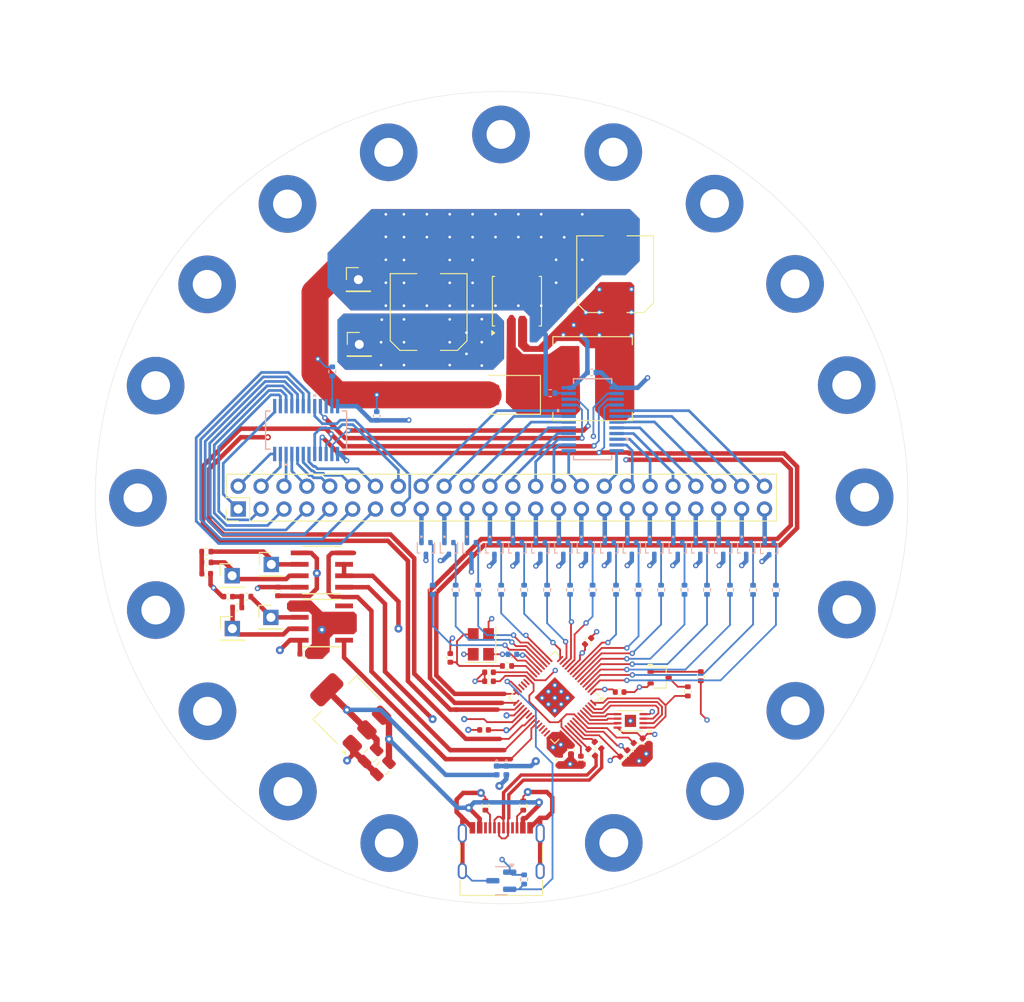
<source format=kicad_pcb>
(kicad_pcb (version 20240108) (generator "pcbnew") (generator_version "8.0")
  (layers (0 "F.Cu" signal) (1 "In1.Cu" signal) (2 "In2.Cu" signal) (31 "B.Cu" signal) (34 "B.Paste" user) (35 "F.Paste" user) (36 "B.SilkS" user "B.Silkscreen") (37 "F.SilkS" user "F.Silkscreen") (38 "B.Mask" user) (39 "F.Mask" user) (44 "Edge.Cuts" user))
  (net 0 "")
  (net 1 "GNDREF")
  (net 2 "Net-(D1-A)")
  (net 3 "+1V1")
  (net 4 "+3V2")
  (net 5 "+3.3V")
  (net 6 "/XIN")
  (net 7 "+5V")
  (net 8 "Net-(C18-Pad1)")
  (net 9 "+12V")
  (net 10 "/INT0")
  (net 11 "Net-(Q1-B)")
  (net 12 "Net-(Q1-C)")
  (net 13 "Net-(U8-USB_DP)")
  (net 14 "USB_D+")
  (net 15 "Net-(U8-USB_DM)")
  (net 16 "USB_D-")
  (net 17 "/QSPI_SS")
  (net 18 "/XOUT")
  (net 19 "Net-(RX_rs485-B)")
  (net 20 "Net-(RX_rs485-A)")
  (net 22 "Net-(MmA1-Pin_1)")
  (net 23 "/QSPI_SCLK")
  (net 24 "/QSPI_SD1")
  (net 25 "/QSPI_SD0")
  (net 26 "/QSPI_SD3")
  (net 27 "/QSPI_SD2")
  (net 28 "/BLANK")
  (net 29 "/c25")
  (net 30 "/r16")
  (net 31 "/c24")
  (net 32 "/r14")
  (net 33 "/c18")
  (net 34 "/c15")
  (net 35 "/r4")
  (net 36 "/c4")
  (net 37 "/c13")
  (net 38 "/c7")
  (net 39 "/r10")
  (net 40 "/c26")
  (net 41 "/c32")
  (net 42 "/r6")
  (net 43 "/r8")
  (net 44 "/c23")
  (net 45 "/c6")
  (net 46 "/r13")
  (net 47 "/r15")
  (net 48 "/c9")
  (net 49 "/c20")
  (net 50 "/r3")
  (net 51 "/c21")
  (net 52 "/r9")
  (net 53 "/c19")
  (net 54 "/c3")
  (net 55 "/c28")
  (net 56 "/c1")
  (net 57 "/c14")
  (net 58 "/c2")
  (net 59 "/r2")
  (net 60 "/r5")
  (net 61 "/r1")
  (net 62 "/c10")
  (net 63 "/c22")
  (net 64 "/c31")
  (net 65 "/c12")
  (net 66 "/r7")
  (net 67 "/r11")
  (net 68 "/c30")
  (net 69 "/c5")
  (net 70 "/c29")
  (net 71 "/c11")
  (net 72 "/c16")
  (net 73 "/c17")
  (net 74 "/c8")
  (net 75 "/r12")
  (net 76 "/c27")
  (net 77 "Net-(U3-SOUT)")
  (net 78 "Net-(U3-IREF)")
  (net 79 "/SIN")
  (net 80 "/SCLOCK")
  (net 81 "/LATCH")
  (net 82 "Net-(U4-IREF)")
  (net 84 "Net-(D2-K)")
  (net 85 "/RC16")
  (net 86 "/RC6")
  (net 88 "/RC10")
  (net 89 "/RC2")
  (net 90 "Net-(MmB1-Pin_1)")
  (net 91 "/RC13")
  (net 92 "/RC11")
  (net 94 "/RC9")
  (net 95 "/RC1")
  (net 96 "/UART1_rx")
  (net 97 "/RC7")
  (net 98 "/RC3")
  (net 100 "/RC5")
  (net 102 "/RC4")
  (net 103 "/RC12")
  (net 105 "/RC15")
  (net 107 "/RC14")
  (net 110 "/RC8")
  (net 111 "Net-(Q2-G)")
  (net 112 "Net-(Q3-G)")
  (net 113 "Net-(Q4-G)")
  (net 114 "Net-(Q5-G)")
  (net 115 "Net-(Q6-G)")
  (net 116 "Net-(Q7-G)")
  (net 117 "Net-(Q8-G)")
  (net 118 "Net-(Q9-G)")
  (net 119 "Net-(Q10-G)")
  (net 120 "Net-(Q11-G)")
  (net 121 "Net-(Q12-G)")
  (net 122 "Net-(Q13-G)")
  (net 123 "Net-(Q14-G)")
  (net 124 "Net-(Q15-G)")
  (net 125 "Net-(Q16-G)")
  (net 126 "Net-(Q17-G)")
  (net 127 "Net-(J1-CC2)")
  (net 130 "Net-(J1-CC1)")
  (net 131 "/UART0_tx")
  (net 132 "/UART_REV")
  (net 133 "/UART0_rx")
  (net 134 "Net-(C23-Pad1)")
  (net 135 "Net-(C24-Pad2)")
  (footprint "Inductor_SMD:L_Coilcraft_XAL8080-XXX" (layer "F.Cu") (at 229.3 61.490001)
    (property "Reference" "L1" (hide yes))
    (property "Value" "SDCHA1V8040-470-R")
  )
  (footprint "MountingHole:MountingHole_3.2mm_M3_Pad" (layer "F.Cu") (at 195.478891 107.345289)
    (property "Reference" "REF**8" (hide yes))
    (property "Value" "MountingHole_3.2mm_M3_Pad")
  )
  (footprint "MountingHole:MountingHole_3.2mm_M3_Pad" (layer "F.Cu") (at 186.514711 51.018891)
    (property "Reference" "REF**3" (hide yes))
    (property "Value" "MountingHole_3.2mm_M3_Pad")
  )
  (footprint "Package_TO_SOT_SMD:SOT-323_SC-70" (layer "F.Cu") (at 236.74 94.692499)
    (property "Reference" "Q1" (hide yes))
    (property "Value" "BC846B,215")
  )
  (footprint "MountingHole:MountingHole_3.2mm_M3_Pad" (layer "F.Cu") (at 180.813161 87.191187)
    (property "Reference" "REF**6" (hide yes))
    (property "Value" "MountingHole_3.2mm_M3_Pad")
  )
  (footprint "Capacitor_SMD:C_0402_1005Metric" (layer "F.Cu") (at 225.7 103.8 -90)
    (property "Reference" "C7" (hide yes))
    (property "Value" "1u")
  )
  (footprint "MountingHole:MountingHole_3.2mm_M3_Pad" (layer "F.Cu") (at 231.594124 36.33462)
    (property "Reference" "REF**19" (hide yes))
    (property "Value" "MountingHole_3.2mm_M3_Pad")
  )
  (footprint "MountingHole:MountingHole_3.2mm_M3_Pad" (layer "F.Cu") (at 231.651187 113.046839)
    (property "Reference" "REF**11" (hide yes))
    (property "Value" "MountingHole_3.2mm_M3_Pad")
  )
  (footprint "Capacitor_SMD:C_Elec_8x10.2" (layer "F.Cu") (at 231.8 49.890001 90)
    (property "Reference" "C16" (hide yes))
    (property "Value" "470uF")
  )
  (footprint "Resistor_SMD:R_0402_1005Metric" (layer "F.Cu") (at 221.6 108.9 90)
    (property "Reference" "R11" (hide yes))
    (property "Value" "5.1k")
  )
  (footprint "Capacitor_SMD:C_0805_2012Metric" (layer "F.Cu") (at 206.022613 104.772613 -135)
    (property "Reference" "C1" (hide yes))
    (property "Value" "10u")
  )
  (footprint "footprints:SO-8_STM" (layer "F.Cu") (at 199.25 88.635 180)
    (property "Reference" "RX_rs485" (hide yes))
    (property "Value" "ST3485EBDR")
  )
  (footprint "Connector_PinHeader_2.54mm:PinHeader_2x24_P2.54mm_Vertical" (layer "F.Cu") (at 189.96 75.975 90)
    (property "Reference" "J3" (hide yes))
    (property "Value" "Conn_02x24_Odd_Even")
  )
  (footprint "Capacitor_SMD:C_0402_1005Metric" (layer "F.Cu") (at 234.2 102.3 -45)
    (property "Reference" "C3" (hide yes))
    (property "Value" "100n")
  )
  (footprint "Resistor_SMD:R_0402_1005Metric" (layer "F.Cu") (at 229.2 103 135)
    (property "Reference" "R5" (hide yes))
    (property "Value" "27")
  )
  (footprint "MountingHole:MountingHole_3.2mm_M3_Pad" (layer "F.Cu") (at 219.13 34.37)
    (property "Reference" "REF**" (hide yes))
    (property "Value" "MountingHole_3.2mm_M3_Pad")
  )
  (footprint "Package_DFN_QFN:WFDFPN-8-1EP_3x2mm_P0.5mm_EP1.25x1.35mm" (layer "F.Cu") (at 233.5 99.5 180)
    (property "Reference" "U1" (hide yes))
    (property "Value" "W25Q128JVS")
  )
  (footprint "Capacitor_SMD:C_0402_1005Metric" (layer "F.Cu") (at 233.5 103.1 -45)
    (property "Reference" "C9" (hide yes))
    (property "Value" "100n")
  )
  (footprint "Resistor_SMD:R_0402_1005Metric" (layer "F.Cu") (at 241.31 94.539999 90)
    (property "Reference" "R6" (hide yes))
    (property "Value" "1k")
  )
  (footprint "Crystal:Crystal_SMD_3225-4Pin_3.2x2.5mm" (layer "F.Cu") (at 216.9 91 90)
    (property "Reference" "Y2" (hide yes))
    (property "Value" "ABM8-272-T3")
  )
  (footprint "Connector_PinHeader_2.54mm:PinHeader_1x01_P2.54mm_Vertical" (layer "F.Cu") (at 189.2888 83.375)
    (property "Reference" "MmB1" (hide yes))
    (property "Value" "Conn_01x01_Pin")
  )
  (footprint "Resistor_SMD:R_0402_1005Metric" (layer "F.Cu") (at 190.85 85.7)
    (property "Reference" "R30" (hide yes))
    (property "Value" "60")
  )
  (footprint "MountingHole:MountingHole_3.2mm_M3_Pad" (layer "F.Cu") (at 206.668813 36.353161)
    (property "Reference" "REF**1" (hide yes))
    (property "Value" "MountingHole_3.2mm_M3_Pad")
  )
  (footprint "MountingHole:MountingHole_3.2mm_M3_Pad" (layer "F.Cu") (at 257.506839 62.208813)
    (property "Reference" "REF**16" (hide yes))
    (property "Value" "MountingHole_3.2mm_M3_Pad")
  )
  (footprint "Connector_PinHeader_2.54mm:PinHeader_1x01_P2.54mm_Vertical" (layer "F.Cu") (at 203.4 57.690001)
    (property "Reference" "12Vin1" (hide yes))
    (property "Value" "Conn_01x01_Pin")
  )
  (footprint "Connector_PinHeader_2.54mm:PinHeader_1x01_P2.54mm_Vertical" (layer "F.Cu") (at 193.6388 82.125)
    (property "Reference" "MmA1" (hide yes))
    (property "Value" "Conn_01x01_Pin")
  )
  (footprint "Resistor_SMD:R_0402_1005Metric" (layer "F.Cu") (at 239.87 96.22 90)
    (property "Reference" "R7" (hide yes))
    (property "Value" "1k")
  )
  (footprint "Capacitor_SMD:C_0402_1005Metric" (layer "F.Cu") (at 213.5 92.5 90)
    (property "Reference" "C18" (hide yes))
    (property "Value" "15p")
  )
  (footprint "Resistor_SMD:R_0402_1005Metric" (layer "F.Cu") (at 186.44 81.9)
    (property "Reference" "R27" (hide yes))
    (property "Value" "60")
  )
  (footprint "MountingHole:MountingHole_3.2mm_M3_Pad" (layer "F.Cu") (at 206.725876 113.06538)
    (property "Reference" "REF**9" (hide yes))
    (property "Value" "MountingHole_3.2mm_M3_Pad")
  )
  (footprint "Capacitor_SMD:C_0402_1005Metric" (layer "F.Cu") (at 217.25 100.5 180)
    (property "Reference" "C6" (hide yes))
    (property "Value" "100n")
  )
  (footprint "MountingHole:MountingHole_3.2mm_M3_Pad" (layer "F.Cu") (at 259.49 74.67)
    (property "Reference" "REF**15" (hide yes))
    (property "Value" "MountingHole_3.2mm_M3_Pad")
  )
  (footprint "Capacitor_SMD:C_0402_1005Metric" (layer "F.Cu") (at 186.41 83.15)
    (property "Reference" "C23" (hide yes))
    (property "Value" "100n")
  )
  (footprint "Capacitor_SMD:C_0402_1005Metric" (layer "F.Cu") (at 232.3 96.3)
    (property "Reference" "C12" (hide yes))
    (property "Value" "100n")
  )
  (footprint "MountingHole:MountingHole_3.2mm_M3_Pad" (layer "F.Cu") (at 178.83 74.73)
    (property "Reference" "REF**5" (hide yes))
    (property "Value" "MountingHole_3.2mm_M3_Pad")
  )
  (footprint "Capacitor_SMD:C_0805_2012Metric" (layer "F.Cu") (at 204.650862 103.344364 -135)
    (property "Reference" "C2" (hide yes))
    (property "Value" "10u")
  )
  (footprint "Connector_PinHeader_2.54mm:PinHeader_1x01_P2.54mm_Vertical" (layer "F.Cu") (at 189.3138 89.25)
    (property "Reference" "RxB1" (hide yes))
    (property "Value" "Conn_01x01_Pin")
  )
  (footprint "Capacitor_SMD:C_0402_1005Metric" (layer "F.Cu") (at 228.8 90.65 45)
    (property "Reference" "C10" (hide yes))
    (property "Value" "100n")
  )
  (footprint "MountingHole:MountingHole_3.2mm_M3_Pad" (layer "F.Cu") (at 180.79462 62.265876)
    (property "Reference" "REF**4" (hide yes))
    (property "Value" "MountingHole_3.2mm_M3_Pad")
  )
  (footprint "Capacitor_SMD:C_0402_1005Metric" (layer "F.Cu") (at 217.8 94.1 180)
    (property "Reference" "C11" (hide yes))
    (property "Value" "100n")
  )
  (footprint "Capacitor_SMD:C_0402_1005Metric" (layer "F.Cu") (at 197.2888 92.05 180)
    (property "Reference" "C22" (hide yes))
    (property "Value" "100n")
  )
  (footprint "Diode_SMD:D_SMB" (layer "F.Cu") (at 219.85 63.290001 180)
    (property "Reference" "D2" (hide yes))
    (property "Value" "D_Schottky")
  )
  (footprint "Capacitor_SMD:C_0402_1005Metric" (layer "F.Cu") (at 228 103.9 -90)
    (property "Reference" "C5" (hide yes))
    (property "Value" "1u")
  )
  (footprint "Package_SO:SOP-8_5.28x5.23mm_P1.27mm" (layer "F.Cu") (at 220.9 52.890001 90)
    (property "Reference" "U7" (hide yes))
    (property "Value" "AP1509")
  )
  (footprint "Resistor_SMD:R_0402_1005Metric" (layer "F.Cu") (at 217.4 108.9 -90)
    (property "Reference" "R10" (hide yes))
    (property "Value" "5.1k")
  )
  (footprint "Connector_USB:USB_C_Receptacle_G-Switch_GT-USB-7010ASV" (layer "F.Cu") (at 219.16 115.1)
    (property "Reference" "J1" (hide yes))
    (property "Value" "USB_C_Receptacle_USB2.0_16P")
  )
  (footprint "MountingHole:MountingHole_3.2mm_M3_Pad" (layer "F.Cu") (at 251.770022 50.97035)
    (property "Reference" "REF**17" (hide yes))
    (property "Value" "MountingHole_3.2mm_M3_Pad")
  )
  (footprint "Connector_PinHeader_2.54mm:PinHeader_1x01_P2.54mm_Vertical" (layer "F.Cu") (at 193.5888 88)
    (property "Reference" "RxA1" (hide yes))
    (property "Value" "Conn_01x01_Pin")
  )
  (footprint "Resistor_SMD:R_0402_1005Metric" (layer "F.Cu") (at 189.85 86.9 180)
    (property "Reference" "R29" (hide yes))
    (property "Value" "60")
  )
  (footprint "Capacitor_SMD:C_0402_1005Metric" (layer "F.Cu") (at 235.2 101.8 -45)
    (property "Reference" "C14" (hide yes))
    (property "Value" "100n")
  )
  (footprint "Capacitor_SMD:C_0402_1005Metric" (layer "F.Cu") (at 226.9 102.7 -90)
    (property "Reference" "C13" (hide yes))
    (property "Value" "100n")
  )
  (footprint "MountingHole:MountingHole_3.2mm_M3_Pad" (layer "F.Cu") (at 251.805289 98.381109)
    (property "Reference" "REF**13" (hide yes))
    (property "Value" "MountingHole_3.2mm_M3_Pad")
  )
  (footprint "MountingHole:MountingHole_3.2mm_M3_Pad" (layer "F.Cu") (at 257.52538 87.134124)
    (property "Reference" "REF**14" (hide yes))
    (property "Value" "MountingHole_3.2mm_M3_Pad")
  )
  (footprint "Package_DFN_QFN:QFN-56-1EP_7x7mm_P0.4mm_EP3.2x3.2mm" (layer "F.Cu") (at 225.1 96.9 -135)
    (property "Reference" "U8" (hide yes))
    (property "Value" "RP2040")
  )
  (footprint "Resistor_SMD:R_0402_1005Metric" (layer "F.Cu") (at 186.42 80.7)
    (property "Reference" "R28" (hide yes))
    (property "Value" "60")
  )
  (footprint "Connector_PinHeader_2.54mm:PinHeader_1x01_P2.54mm_Vertical" (layer "F.Cu") (at 203.3 50.490001)
    (property "Reference" "J2" (hide yes))
    (property "Value" "Conn_01x01_Pin")
  )
  (footprint "footprints:SO-8_STM" (layer "F.Cu") (at 199.25 82.75 180)
    (property "Reference" "Mm_rs485" (hide yes))
    (property "Value" "ST3485EBDR")
  )
  (footprint "Capacitor_SMD:C_Elec_8x10.2" (layer "F.Cu") (at 211.1 54.090001 90)
    (property "Reference" "C19" (hide yes))
    (property "Value" "470uF")
  )
  (footprint "MountingHole:MountingHole_3.2mm_M3_Pad" (layer "F.Cu") (at 242.841109 42.054711)
    (property "Reference" "REF**18" (hide yes))
    (property "Value" "MountingHole_3.2mm_M3_Pad")
  )
  (footprint "MountingHole:MountingHole_3.2mm_M3_Pad" (layer "F.Cu") (at 195.43035 42.089978)
    (property "Reference" "REF**2" (hide yes))
    (property "Value" "MountingHole_3.2mm_M3_Pad")
  )
  (footprint "Resistor_SMD:R_0402_1005Metric" (layer "F.Cu") (at 219.8 93.4 180)
    (property "Reference" "R9" (hide yes))
    (property "Value" "1k")
  )
  (footprint "Capacitor_SMD:C_0402_1005Metric" (layer "F.Cu") (at 194.3638 85.125 90)
    (property "Reference" "C15" (hide yes))
    (property "Value" "100n")
  )
  (footprint "Capacitor_SMD:C_0402_1005Metric" (layer "F.Cu") (at 188.85 85.7)
    (property "Reference" "C24" (hide yes))
    (property "Value" "100n")
  )
  (footprint "Capacitor_SMD:C_0402_1005Metric" (layer "F.Cu") (at 217.8 95.1 180)
    (property "Reference" "C4" (hide yes))
    (property "Value" "100n")
  )
  (footprint "Resistor_SMD:R_0402_1005Metric" (layer "F.Cu") (at 229.9 102.2 135)
    (property "Reference" "R1" (hide yes))
    (property "Value" "27")
  )
  (footprint "Package_TO_SOT_SMD:SOT-223-3_TabPin2" (layer "F.Cu") (at 202.022613 98.272614 135)
    (property "Reference" "U5" (hide yes))
    (property "Value" "NCP1117-3.3_SOT223")
  )
  (footprint "MountingHole:MountingHole_3.2mm_M3_Pad" (layer "F.Cu") (at 242.88965 107.310022)
    (property "Reference" "REF**12" (hide yes))
    (property "Value" "MountingHole_3.2mm_M3_Pad")
  )
  (footprint "MountingHole:MountingHole_3.2mm_M3_Pad" (layer "F.Cu") (at 186.549978 98.42965)
    (property "Reference" "REF**7" (hide yes))
    (property "Value" "MountingHole_3.2mm_M3_Pad")
  )
  (footprint "Capacitor_SMD:C_0402_1005Metric" (layer "F.Cu") (at 232.7 103.8 -45)
    (property "Reference" "C8" (hide yes))
    (property "Value" "100n")
  )
  (footprint "Package_TO_SOT_SMD:SOT-416" (layer "B.Cu") (at 218.4 80.35 -90)
    (property "Reference" "Q14" (hide yes))
    (property "Value" "PMOS")
  )
  (footprint "Package_TO_SOT_SMD:SOT-416" (layer "B.Cu") (at 215.85 80.35 -90)
    (property "Reference" "Q15" (hide yes))
    (property "Value" "PMOS")
  )
  (footprint "Resistor_SMD:R_0402_1005Metric" (layer "B.Cu") (at 236.9 84.940001 90)
    (property "Reference" "R16" (hide yes))
    (property "Value" "10")
  )
  (footprint "Capacitor_SMD:C_0402_1005Metric" (layer "B.Cu") (at 220.4 92.1)
    (property "Reference" "C17" (hide yes))
    (property "Value" "15p")
  )
  (footprint "Package_TO_SOT_SMD:SOT-416" (layer "B.Cu") (at 213.35 80.35 -90)
    (property "Reference" "Q16" (hide yes))
    (property "Value" "PMOS")
  )
  (footprint "Resistor_SMD:R_0402_1005Metric" (layer "B.Cu") (at 231.9 84.940001 90)
    (property "Reference" "R18" (hide yes))
    (property "Value" "10")
  )
  (footprint "Resistor_SMD:R_0402_1005Metric" (layer "B.Cu") (at 200.4 60.7 90)
    (property "Reference" "R4" (hide yes))
    (property "Value" "2.65k")
  )
  (footprint "Package_TO_SOT_SMD:SOT-416" (layer "B.Cu") (at 246.35 80.35 -90)
    (property "Reference" "Q3" (hide yes))
    (property "Value" "PMOS")
  )
  (footprint "Package_TO_SOT_SMD:SOT-416" (layer "B.Cu") (at 233.65 80.35 -90)
    (property "Reference" "Q8" (hide yes))
    (property "Value" "PMOS")
  )
  (footprint "Resistor_SMD:R_0402_1005Metric" (layer "B.Cu") (at 224.25 84.940001 90)
    (property "Reference" "R21" (hide yes))
    (property "Value" "10")
  )
  (footprint "Package_TO_SOT_SMD:SOT-416" (layer "B.Cu") (at 248.9 80.4 -90)
    (property "Reference" "Q2" (hide yes))
    (property "Value" "PMOS")
  )
  (footprint "Resistor_SMD:R_0402_1005Metric" (layer "B.Cu") (at 216.6 84.940001 90)
    (property "Reference" "R24" (hide yes))
    (property "Value" "10")
  )
  (footprint "Resistor_SMD:R_0402_1005Metric" (layer "B.Cu") (at 239.5 84.940001 90)
    (property "Reference" "R15" (hide yes))
    (property "Value" "10")
  )
  (footprint "Package_TO_SOT_SMD:SOT-416" (layer "B.Cu") (at 228.55 80.35 -90)
    (property "Reference" "Q10" (hide yes))
    (property "Value" "PMOS")
  )
  (footprint "DBQ24_TEX:DBQ24_TEX" (layer "B.Cu") (at 197.5 67.2 90)
    (property "Reference" "U4" (hide yes))
    (property "Value" "TLC59283DBQR")
  )
  (footprint "Resistor_SMD:R_0402_1005Metric" (layer "B.Cu") (at 219.15 84.940001 90)
    (property "Reference" "R23" (hide yes))
    (property "Value" "10")
  )
  (footprint "Package_TO_SOT_SMD:SOT-416" (layer "B.Cu") (at 226.05 80.35 -90)
    (property "Reference" "Q11" (hide yes))
    (property "Value" "PMOS")
  )
  (footprint "Resistor_SMD:R_0402_1005Metric" (layer "B.Cu") (at 234.4 84.940001 90)
    (property "Reference" "R17" (hide yes))
    (property "Value" "10")
  )
  (footprint "Package_TO_SOT_SMD:SOT-416" (layer "B.Cu") (at 231.15 80.35 -90)
    (property "Reference" "Q9" (hide yes))
    (property "Value" "PMOS")
  )
  (footprint "Resistor_SMD:R_0402_1005Metric" (layer "B.Cu") (at 221.7 117.109999 -90)
    (property "Reference" "R2" (hide yes))
    (property "Value" "1k")
  )
  (footprint "Package_TO_SOT_SMD:SOT-416" (layer "B.Cu") (at 243.8 80.35 -90)
    (property "Reference" "Q4" (hide yes))
    (property "Value" "PMOS")
  )
  (footprint "Resistor_SMD:R_0402_1005Metric" (layer "B.Cu") (at 242 84.940001 90)
    (property "Reference" "R14" (hide yes))
    (property "Value" "10")
  )
  (footprint "Resistor_SMD:R_0402_1005Metric" (layer "B.Cu") (at 221.7 84.940001 90)
    (property "Reference" "R22" (hide yes))
    (property "Value" "10")
  )
  (footprint "Package_TO_SOT_SMD:SOT-416" (layer "B.Cu") (at 223.5 80.35 -90)
    (property "Reference" "Q12" (hide yes))
    (property "Value" "PMOS")
  )
  (footprint "Capacitor_SMD:C_0402_1005Metric" (layer "B.Cu") (at 205.34 65.63 -90)
    (property "Reference" "C21" (hide yes))
    (property "Value" "100n")
  )
  (footprint "Resistor_SMD:R_0402_1005Metric" (layer "B.Cu") (at 211.55 84.940001 90)
    (property "Reference" "R26" (hide yes))
    (property "Value" "10")
  )
  (footprint "Package_TO_SOT_SMD:SOT-416" (layer "B.Cu") (at 220.95 80.35 -90)
    (property "Reference" "Q13" (hide yes))
    (property "Value" "PMOS")
  )
  (footprint "Capacitor_SMD:C_0402_1005Metric" (layer "B.Cu") (at 229.2 60.8 180)
    (property "Reference" "C20" (hide yes))
    (property "Value" "100n")
  )
  (footprint "Resistor_SMD:R_0402_1005Metric" (layer "B.Cu") (at 247.110624 84.95 90)
    (property "Reference" "R8" (hide yes))
    (property "Value" "10")
  )
  (footprint "Resistor_SMD:R_0402_1005Metric" (layer "B.Cu") (at 214.1 84.940001 90)
    (property "Reference" "R25" (hide yes))
    (property "Value" "10")
  )
  (footprint "Package_TO_SOT_SMD:SOT-416" (layer "B.Cu") (at 238.75 80.35 -90)
    (property "Reference" "Q6" (hide yes))
    (property "Value" "PMOS")
  )
  (footprint "Resistor_SMD:R_0402_1005Metric" (layer "B.Cu") (at 249.65 84.95 90)
    (property "Reference" "R12" (hide yes))
    (property "Value" "10")
  )
  (footprint "Resistor_SMD:R_0402_1005Metric" (layer "B.Cu") (at 229.3 84.940001 90)
    (property "Reference" "R19" (hide yes))
    (property "Value" "10")
  )
  (footprint "Resistor_SMD:R_0402_1005Metric" (layer "B.Cu") (at 224.6 63.1 180)
    (property "Reference" "R3" (hide yes))
    (property "Value" "2.65k")
  )
  (footprint "Package_TO_SOT_SMD:SOT-416" (layer "B.Cu") (at 236.15 80.35 -90)
    (property "Reference" "Q7" (hide yes))
    (property "Value" "PMOS")
  )
  (footprint "DBQ24_TEX:DBQ24_TEX" (layer "B.Cu") (at 229.3 66 180)
    (property "Reference" "U3" (hide yes))
    (property "Value" "TLC59283DBQR")
  )
  (footprint "Resistor_SMD:R_0402_1005Metric" (layer "B.Cu") (at 226.8 84.940001 90)
    (property "Reference" "R20" (hide yes))
    (property "Value" "10")
  )
  (footprint "Diode_SMD:D_0402_1005Metric" (layer "B.Cu") (at 219.725 105 -90)
    (property "Reference" "D3" (hide yes))
    (property "Value" "D")
  )
  (footprint "Package_TO_SOT_SMD:SOT-416" (layer "B.Cu") (at 210.8 80.35 -90)
    (property "Reference" "Q17" (hide yes))
    (property "Value" "PMOS")
  )
  (footprint "Package_TO_SOT_SMD:SOT-416" (layer "B.Cu") (at 241.25 80.35 -90)
    (property "Reference" "Q5" (hide yes))
    (property "Value" "PMOS")
  )
  (footprint "Resistor_SMD:R_0402_1005Metric" (layer "B.Cu") (at 244.55 84.940001 90)
    (property "Reference" "R13" (hide yes))
    (property "Value" "10")
  )
  (footprint "Package_TO_SOT_SMD:SOT-23" (layer "B.Cu") (at 219.16 117.25 180)
    (property "Reference" "U6" (hide yes))
    (property "Value" "DRV5033FAxDBZ")
  )
  (footprint "Diode_SMD:D_0402_1005Metric" (layer "B.Cu") (at 218.65 105 -90)
    (property "Reference" "D1" (hide yes))
    (property "Value" "D")
  )
  (gr_poly (pts (xy 232.9 49.890001) (xy 234.4 48.390001) (xy 234.4 43.790001) (xy 233.4 42.790001) (xy 204.8 42.790001) (xy 200 47.590001) (xy 200 51.290001) (xy 202.5 53.790001) (xy 226.322427 53.790001) (xy 230.272427 49.890001)) (stroke (width 0.254)) (fill solid) (layer "F.Cu") (net 1))
  (gr_poly (pts (xy 222.45 57.340001) (xy 222.45 54.540001) (xy 221.8 53.890001) (xy 226.35 53.890001) (xy 226.336123 53.905117) (xy 226.378398 53.883989) (xy 223.047596 57.340001)) (stroke (width 0.254)) (fill solid) (layer "F.Cu") (net 1))
  (gr_poly (pts (xy 227.1 103.05) (xy 227.05 103) (xy 226.75 103) (xy 226.7 103.05) (xy 226.7 103.55) (xy 226.15 104.1) (xy 225.55 104.1) (xy 225.3 104.35) (xy 225.3 104.5) (xy 225.5 104.7) (xy 228.15 104.7) (xy 228.4 104.45) (xy 228.4 104.15) (xy 228.3 104.05) (xy 227.5 104.05) (xy 227.1 103.65)) (stroke (width 0.254)) (fill solid) (layer "F.Cu") (net 1))
  (gr_poly (pts (xy 202.75 89.75) (xy 203 89.5) (xy 203 87.75) (xy 202.75 87.5) (xy 199.25 87.5) (xy 198 86.25) (xy 195.75 86.25) (xy 195.5 86.5) (xy 195.5 87) (xy 195.75 87.25) (xy 197.85 87.25) (xy 198.25 87.65) (xy 198.25 91) (xy 197.5 91.75) (xy 197.5 92.25) (xy 197.75 92.5) (xy 199.25 92.5) (xy 200 91.75) (xy 200 90.25) (xy 200.5 89.75)) (stroke (width 0.254)) (fill solid) (layer "F.Cu") (net 1))
  (gr_poly (pts (xy 230.2 50.890001) (xy 233.5 50.890001) (xy 233.8 51.190001) (xy 233.8 65.190001) (xy 233 65.990001) (xy 230.7 65.990001) (xy 229.7 64.990001) (xy 229.7 51.390001)) (stroke (width 0.254)) (fill solid) (layer "F.Cu") (net 5))
  (gr_poly (pts (xy 219.9 54.990001) (xy 220.2 54.540002) (xy 220.4 54.540002) (xy 220.65 54.915) (xy 220.65 58.040001) (xy 221.5 58.890001) (xy 224.5 58.890001) (xy 224.503641 58.88636) (xy 225.8 57.990001) (xy 227.7 57.990001) (xy 227.8 64.990001) (xy 227.4 65.390001) (xy 221.1 65.390001) (xy 219.8 64.090001) (xy 219.9 56.590001)) (stroke (width 0.254)) (fill solid) (layer "F.Cu") (net 84))
  (gr_poly (pts (xy 201.1 54.990001) (xy 201.7 54.390001) (xy 218.6 54.390001) (xy 219.35 55.140001) (xy 219.35 59.240001) (xy 218.2 60.390001) (xy 201.9 60.390001) (xy 201.1 59.590001)) (stroke (width 0.254)) (fill solid) (layer "F.Cu") (net 9))
  (gr_poly (pts (xy 225.771875 103.425) (xy 225.875 103.35) (xy 225.875 103.2) (xy 226.6 102.475) (xy 227.025 102.475) (xy 227.2 102.3) (xy 227.2 102.15) (xy 225.9 100.85) (xy 224.875 100.85) (xy 224.325 101.4) (xy 224.325 102.525) (xy 225.225 103.425) (xy 225.525 103.425)) (stroke (width 0.254)) (fill solid) (layer "F.Cu") (net 4))
  (gr_poly (pts (xy 221.15 54.931668) (xy 221.271428 54.640001) (xy 221.717857 54.640001) (xy 221.9 54.940001) (xy 221.9 57.590001) (xy 222.3 57.990001) (xy 223.301431 57.990001) (xy 229.797139 51.400001) (xy 229.7 51.400001) (xy 229.7 54.790001) (xy 229.7 57.990001) (xy 228.6 57.990001) (xy 227.8 57.190001) (xy 225.3 57.190001) (xy 224.1 58.390001) (xy 221.7 58.390001) (xy 221.15 57.840001)) (stroke (width 0.254)) (fill solid) (layer "F.Cu") (net 5))
  (gr_poly (pts (xy 232.75 104.45) (xy 232.65 104.35) (xy 232.65 104.2) (xy 234.6 102.25) (xy 235 102.25) (xy 235.4 101.85) (xy 235.7 101.85) (xy 235.85 102) (xy 235.85 103.65) (xy 235.05 104.45)) (stroke (width 0.254)) (fill solid) (layer "F.Cu") (net 1))
  (gr_poly (pts (xy 201.1 54.990001) (xy 201.7 54.390001) (xy 218.6 54.390001) (xy 219.3 55.090001) (xy 219.3 59.290001) (xy 218.2 60.390001) (xy 201.9 60.390001) (xy 201.1 59.590001)) (stroke (width 0.254)) (fill solid) (layer "B.Cu") (net 9))
  (gr_poly (pts (xy 222.45 57.340001) (xy 222.45 54.540001) (xy 221.8 53.890001) (xy 226.35 53.890001) (xy 226.336123 53.905117) (xy 226.378398 53.883989) (xy 223.047596 57.340001)) (stroke (width 0.254)) (fill solid) (layer "B.Cu") (net 1))
  (gr_poly (pts (xy 232.9 49.890001) (xy 234.4 48.390001) (xy 234.4 43.790001) (xy 233.4 42.790001) (xy 204.8 42.790001) (xy 200 47.590001) (xy 200 51.290001) (xy 202.5 53.790001) (xy 226.322427 53.790001) (xy 230.272427 49.890001)) (stroke (width 0.254)) (fill solid) (layer "B.Cu") (net 1))
  (gr_circle (center 219.2 74.7) (end 219.2 119.8) (stroke (width 0.0381)) (fill none) (layer "Edge.Cuts"))
  (segment (start 198.6888 83.1) (end 198.6888 84.8) (width 0.5) (layer "F.Cu") (net 1))
  (segment (start 197.8838 85.605) (end 194.3638 85.605) (width 0.5) (layer "F.Cu") (net 1))
  (segment (start 234.539411 102.639411) (end 233.039411 104.139411) (width 0.2) (layer "F.Cu") (net 1))
  (segment (start 217.75 88.5) (end 218.1 88.15) (width 0.2) (layer "F.Cu") (net 1))
  (segment (start 197.4938 86.73) (end 199.25 88.4862) (width 0.5) (layer "F.Cu") (net 1))
  (segment (start 217.4 108.390001) (end 217.4 108) (width 0.2) (layer "F.Cu") (net 1))
  (segment (start 224.825 109.625) (end 224.825 108) (width 0.5) (layer "F.Cu") (net 1))
  (segment (start 229.75 89.6) (end 229.139411 90.210589) (width 0.2) (layer "F.Cu") (net 1))
  (segment (start 199.25 90.5688) (end 197.7688 92.05) (width 0.5) (layer "F.Cu") (net 1))
  (segment (start 214.6425 110.0575) (end 214.2 109.615) (width 0.5) (layer "F.Cu") (net 1))
  (segment (start 202.623655 102.717157) (end 202.623654 102.126345) (width 0.2) (layer "F.Cu") (net 1))
  (segment (start 216.25 95.1) (end 217.32 95.1) (width 0.2) (layer "F.Cu") (net 1))
  (segment (start 224.225 107.4) (end 222.1 107.4) (width 0.5) (layer "F.Cu") (net 1))
  (segment (start 214.84 110.255) (end 214.6425 110.0575) (width 0.5) (layer "F.Cu") (net 1))
  (segment (start 217.75 89.9) (end 217.75 88.5) (width 0.2) (layer "F.Cu") (net 1))
  (segment (start 216.05 92.1) (end 215 92.1) (width 0.2) (layer "F.Cu") (net 1))
  (segment (start 224.825 108) (end 224.225 107.4) (width 0.5) (layer "F.Cu") (net 1))
  (segment (start 235.332499 95.75) (end 235.74 95.342499) (width 0.2) (layer "F.Cu") (net 1))
  (segment (start 221.6 107.9) (end 222.1 107.4) (width 0.2) (layer "F.Cu") (net 1))
  (segment (start 221.814217 92.2) (end 223.376429 93.762212) (width 0.2) (layer "F.Cu") (net 1))
  (segment (start 200.930001 63.290001) (end 198.49 60.85) (width 3) (layer "F.Cu") (net 1))
  (segment (start 221.515683 92.2) (end 221.814217 92.2) (width 0.2) (layer "F.Cu") (net 1))
  (segment (start 198.6888 84.8) (end 197.8838 85.605) (width 0.5) (layer "F.Cu") (net 1))
  (segment (start 198.0588 80.845) (end 196.7862 80.845) (width 0.5) (layer "F.Cu") (net 1))
  (segment (start 198.49 51.950001) (end 202.15 48.290001) (width 3) (layer "F.Cu") (net 1))
  (segment (start 235.539411 102.139411) (end 235.039411 102.139411) (width 0.2) (layer "F.Cu") (net 1))
  (segment (start 214.2 108.239339) (end 214.939339 107.5) (width 0.5) (layer "F.Cu") (net 1))
  (segment (start 223.48 116.175) (end 223.48 111.975) (width 0.5) (layer "F.Cu") (net 1))
  (segment (start 198.49 60.85) (end 198.49 51.950001) (width 3) (layer "F.Cu") (net 1))
  (segment (start 213.5 90.55147) (end 213.5 92.02) (width 0.2) (layer "F.Cu") (net 1))
  (segment (start 235.65 98.75) (end 234.9375 98.75) (width 0.2) (layer "F.Cu") (net 1))
  (segment (start 215.96 111.375) (end 214.6425 110.0575) (width 0.5) (layer "F.Cu") (net 1))
  (segment (start 186.89 84.39) (end 186.89 83.15) (width 0.5) (layer "F.Cu") (net 1))
  (segment (start 199.355 89.27) (end 201.7138 89.27) (width 0.5) (layer "F.Cu") (net 1))
  (segment (start 233.95 96.3) (end 234.5 95.75) (width 0.2) (layer "F.Cu") (net 1))
  (segment (start 234.5 95.75) (end 235.332499 95.75) (width 0.2) (layer "F.Cu") (net 1))
  (segment (start 214.84 116.175) (end 214.84 111.975) (width 0.5) (layer "F.Cu") (net 1))
  (segment (start 235.039411 102.139411) (end 234.539411 102.639411) (width 0.2) (layer "F.Cu") (net 1))
  (segment (start 205.34 63.290001) (end 200.930001 63.290001) (width 3) (layer "F.Cu") (net 1))
  (segment (start 202.623654 103.326346) (end 202.623654 102.126345) (width 0.5) (layer "F.Cu") (net 1))
  (segment (start 235.925 98.475) (end 235.65 98.75) (width 0.2) (layer "F.Cu") (net 1))
  (segment (start 199.25 88.4862) (end 199.25 89.375) (width 0.5) (layer "F.Cu") (net 1))
  (segment (start 215.5 100.5) (end 216.77 100.5) (width 0.2) (layer "F.Cu") (net 1))
  (segment (start 199.25 89.375) (end 200.625 88) (width 0.5) (layer "F.Cu") (net 1))
  (segment (start 217.25 94.1) (end 216.25 95.1) (width 0.2) (layer "F.Cu") (net 1))
  (segment (start 228 104.38) (end 226.88 104.38) (width 0.2) (layer "F.Cu") (net 1))
  (segment (start 214.2 109.615) (end 214.2 108.239339) (width 0.5) (layer "F.Cu") (net 1))
  (segment (start 198.6888 83.1) (end 198.6888 81.475) (width 0.5) (layer "F.Cu") (net 1))
  (segment (start 226.88 104.38) (end 226.8 104.3) (width 0.2) (layer "F.Cu") (net 1))
  (segment (start 217.32 94.1) (end 217.25 94.1) (width 0.2) (layer "F.Cu") (net 1))
  (segment (start 199.25 89.375) (end 199.355 89.27) (width 0.5) (layer "F.Cu") (net 1))
  (segment (start 188.2 85.7) (end 188.37 85.7) (width 0.5) (layer "F.Cu") (net 1))
  (segment (start 226.78 104.28) (end 226.8 104.3) (width 0.2) (layer "F.Cu") (net 1))
  (segment (start 225.7 104.28) (end 226.78 104.28) (width 0.2) (layer "F.Cu") (net 1))
  (segment (start 214.939339 107.5) (end 216.9 107.5) (width 0.5) (layer "F.Cu") (net 1))
  (segment (start 222.36 111.375) (end 223.4675 110.2675) (width 0.5) (layer "F.Cu") (net 1))
  (segment (start 213.739376 90.312094) (end 213.5 90.55147) (width 0.2) (layer "F.Cu") (net 1))
  (segment (start 215.5 100.5) (end 215.525 100.475) (width 0.2) (layer "F.Cu") (net 1))
  (segment (start 200.625 88) (end 201.7138 88) (width 0.5) (layer "F.Cu") (net 1))
  (segment (start 232.78 96.3) (end 233.95 96.3) (width 0.2) (layer "F.Cu") (net 1))
  (segment (start 198.6888 81.475) (end 198.0588 80.845) (width 0.5) (layer "F.Cu") (net 1))
  (segment (start 196.7862 80.845) (end 197.2088 80.845) (width 0.2) (layer "F.Cu") (net 1))
  (segment (start 234.739411 103.439411) (end 234.9 103.6) (width 0.2) (layer "F.Cu") (net 1))
  (segment (start 205.350862 105.444364) (end 202.623655 102.717157) (width 0.7) (layer "F.Cu") (net 1))
  (segment (start 221.6 108.390001) (end 221.6 107.9) (width 0.2) (layer "F.Cu") (net 1))
  (segment (start 233.839411 103.439411) (end 234.739411 103.439411) (width 0.2) (layer "F.Cu") (net 1))
  (segment (start 217.32 95.1) (end 217.32 94.1) (width 0.2) (layer "F.Cu") (net 1))
  (segment (start 187.225 84.725) (end 188.2 85.7) (width 0.5) (layer "F.Cu") (net 1))
  (segment (start 226.9 104.2) (end 226.8 104.3) (width 0.2) (layer "F.Cu") (net 1))
  (segment (start 223.4675 110.2675) (end 224.1825 110.2675) (width 0.5) (layer "F.Cu") (net 1))
  (segment (start 202.05 103.9) (end 202.623654 103.326346) (width 0.5) (layer "F.Cu") (net 1))
  (segment (start 217.4 108) (end 216.9 107.5) (width 0.2) (layer "F.Cu") (net 1))
  (segment (start 223.48 111.975) (end 223.48 110.28) (width 0.5) (layer "F.Cu") (net 1))
  (segment (start 226.9 103.18) (end 226.9 104.2) (width 0.2) (layer "F.Cu") (net 1))
  (segment (start 217.7 63.290001) (end 205.34 63.290001) (width 3) (layer "F.Cu") (net 1))
  (segment (start 202.15 48.290001) (end 217.2 48.290001) (width 3) (layer "F.Cu") (net 1))
  (segment (start 199.25 89.375) (end 199.25 90.5688) (width 0.5) (layer "F.Cu") (net 1))
  (segment (start 224.1825 110.2675) (end 224.825 109.625) (width 0.5) (layer "F.Cu") (net 1))
  (segment (start 187.225 84.725) (end 186.89 84.39) (width 0.5) (layer "F.Cu") (net 1))
  (segment (start 229.139411 90.210589) (end 229.139411 90.310589) (width 0.2) (layer "F.Cu") (net 1))
  (segment (start 214.84 111.975) (end 214.84 110.255) (width 0.5) (layer "F.Cu") (net 1))
  (segment (start 223.48 110.28) (end 223.4675 110.2675) (width 0.5) (layer "F.Cu") (net 1))
  (via (at 213.44 50.850001) (size 0.6) (drill 0.3) (layers "F.Cu" "B.Cu") (net 1))
  (via (at 225.1 96.95) (size 0.6) (drill 0.3) (layers "F.Cu" "B.Cu") (net 1))
  (via (at 235.25 103.15) (size 0.6) (drill 0.3) (layers "F.Cu" "B.Cu") (net 1))
  (via (at 202.05 103.9) (size 0.889) (drill 0.381) (layers "F.Cu" "B.Cu") (net 1))
  (via (at 234.45 103.95) (size 0.6) (drill 0.3) (layers "F.Cu" "B.Cu") (net 1))
  (via (at 215.98 43.230001) (size 0.6) (drill 0.3) (layers "F.Cu" "B.Cu") (net 1))
  (via (at 223.6 45.770001) (size 0.6) (drill 0.3) (layers "F.Cu" "B.Cu") (net 1))
  (via (at 206.35 53.390001) (size 0.6) (drill 0.3) (layers "F.Cu" "B.Cu") (net 1))
  (via (at 210.9 45.770001) (size 0.6) (drill 0.3) (layers "F.Cu" "B.Cu") (net 1))
  (via (at 208.36 48.310001) (size 0.6) (drill 0.3) (layers "F.Cu" "B.Cu") (net 1))
  (via (at 226.514214 96.95) (size 0.6) (drill 0.3) (layers "F.Cu" "B.Cu") (net 1))
  (via (at 224.392893 96.242893) (size 0.6) (drill 0.3) (layers "F.Cu" "B.Cu") (net 1))
  (via (at 218.52 53.390001) (size 0.6) (drill 0.3) (layers "F.Cu" "B.Cu") (net 1))
  (via (at 221.06 45.770001) (size 0.6) (drill 0.3) (layers "F.Cu" "B.Cu") (net 1))
  (via (at 216.9 107.5) (size 0.889) (drill 0.381) (layers "F.Cu" "B.Cu") (net 1))
  (via (at 210.9 43.230001) (size 0.6) (drill 0.3) (layers "F.Cu" "B.Cu") (net 1))
  (via (at 206.35 43.240001) (size 0.6) (drill 0.3) (layers "F.Cu" "B.Cu") (net 1))
  (via (at 222.1 107.4) (size 0.889) (drill 0.381) (layers "F.Cu" "B.Cu") (net 1))
  (via (at 210.9 53.390001) (size 0.6) (drill 0.3) (layers "F.Cu" "B.Cu") (net 1))
  (via (at 221.06 53.390001) (size 0.6) (drill 0.3) (layers "F.Cu" "B.Cu") (net 1))
  (via (at 225.25 50.840001) (size 0.6) (drill 0.3) (layers "F.Cu" "B.Cu") (net 1))
  (via (at 224.392893 97.657107) (size 0.6) (drill 0.3) (layers "F.Cu" "B.Cu") (net 1))
  (via (at 206.35 48.290001) (size 0.6) (drill 0.3) (layers "F.Cu" "B.Cu") (net 1))
  (via (at 216.25 95.1) (size 0.6) (drill 0.3) (layers "F.Cu" "B.Cu") (net 1))
  (via (at 228.15 43.240001) (size 0.6) (drill 0.3) (layers "F.Cu" "B.Cu") (net 1))
  (via (at 206.35 45.740001) (size 0.6) (drill 0.3) (layers "F.Cu" "B.Cu") (net 1))
  (via (at 225.1 95.535786) (size 0.6) (drill 0.3) (layers "F.Cu" "B.Cu") (net 1))
  (via (at 202 70.6) (size 0.6) (drill 0.3) (layers "F.Cu" "B.Cu") (net 1))
  (via (at 225.807107 97.657107) (size 0.6) (drill 0.3) (layers "F.Cu" "B.Cu") (net 1))
  (via (at 187.225 84.725) (size 0.6) (drill 0.3) (layers "F.Cu" "B.Cu") (net 1))
  (via (at 198.6888 83.1) (size 0.889) (drill 0.381) (layers "F.Cu" "B.Cu") (net 1))
  (via (at 225.807107 96.242893) (size 0.6) (drill 0.3) (layers "F.Cu" "B.Cu") (net 1))
  (via (at 218.52 45.770001) (size 0.6) (drill 0.3) (layers "F.Cu" "B.Cu") (net 1))
  (via (at 208.35 43.240001) (size 0.6) (drill 0.3) (layers "F.Cu" "B.Cu") (net 1))
  (via (at 218.52 43.230001) (size 0.6) (drill 0.3) (layers "F.Cu" "B.Cu") (net 1))
  (via (at 233.5 99.5) (size 0.6) (drill 0.3) (layers "F.Cu" "B.Cu") (net 1))
  (via (at 205.34 63.290001) (size 0.6) (drill 0.3) (layers "F.Cu" "B.Cu") (net 1))
  (via (at 223.6 53.390001) (size 0.6) (drill 0.3) (layers "F.Cu" "B.Cu") (net 1))
  (via (at 221.515683 92.2) (size 0.6) (drill 0.3) (layers "F.Cu" "B.Cu") (net 1))
  (via (at 215.5 100.5) (size 0.6858) (drill 0.3302) (layers "F.Cu" "B.Cu") (net 1))
  (via (at 213.44 43.230001) (size 0.6) (drill 0.3) (layers "F.Cu" "B.Cu") (net 1))
  (via (at 226.15 45.790001) (size 0.6) (drill 0.3) (layers "F.Cu" "B.Cu") (net 1))
  (via (at 213.44 48.310001) (size 0.6) (drill 0.3) (layers "F.Cu" "B.Cu") (net 1))
  (via (at 235.4 61.4) (size 0.6) (drill 0.3) (layers "F.Cu" "B.Cu") (net 1))
  (via (at 215.98 48.310001) (size 0.6) (drill 0.3) (layers "F.Cu" "B.Cu") (net 1))
  (via (at 226.8 104.3) (size 0.6) (drill 0.3) (layers "F.Cu" "B.Cu") (net 1))
  (via (at 223.685786 96.95) (size 0.6) (drill 0.3) (layers "F.Cu" "B.Cu") (net 1))
  (via (at 206.35 50.840001) (size 0.6) (drill 0.3) (layers "F.Cu" "B.Cu") (net 1))
  (via (at 213.739376 90.312094) (size 0.6) (drill 0.3) (layers "F.Cu" "B.Cu") (net 1))
  (via (at 215.98 53.390001) (size 0.6) (drill 0.3) (layers "F.Cu" "B.Cu") (net 1))
  (via (at 208.36 45.770001) (size 0.6) (drill 0.3) (layers "F.Cu" "B.Cu") (net 1))
  (via (at 223.6 43.230001) (size 0.6) (drill 0.3) (layers "F.Cu" "B.Cu") (net 1))
  (via (at 215 92.1) (size 0.6) (drill 0.3) (layers "F.Cu" "B.Cu") (net 1))
  (via (at 235.925 98.475) (size 0.6) (drill 0.3) (layers "F.Cu" "B.Cu") (net 1))
  (via (at 208.36 50.850001) (size 0.6) (drill 0.3) (layers "F.Cu" "B.Cu") (net 1))
  (via (at 225.1 98.364214) (size 0.6) (drill 0.3) (layers "F.Cu" "B.Cu") (net 1))
  (via (at 215.98 50.850001) (size 0.6) (drill 0.3) (layers "F.Cu" "B.Cu") (net 1))
  (via (at 199.25 89.375) (size 0.889) (drill 0.381) (layers "F.Cu" "B.Cu") (net 1))
  (via (at 218.1 88.15) (size 0.6) (drill 0.3) (layers "F.Cu" "B.Cu") (net 1))
  (via (at 208.36 53.390001) (size 0.6) (drill 0.3) (layers "F.Cu" "B.Cu") (net 1))
  (via (at 234.5 95.75) (size 0.6) (drill 0.3) (layers "F.Cu" "B.Cu") (net 1))
  (via (at 225.25 48.290001) (size 0.6) (drill 0.3) (layers "F.Cu" "B.Cu") (net 1))
  (via (at 221.06 43.230001) (size 0.6) (drill 0.3) (layers "F.Cu" "B.Cu") (net 1))
  (via (at 215.98 45.770001) (size 0.6) (drill 0.3) (layers "F.Cu" "B.Cu") (net 1))
  (via (at 229.75 89.6) (size 0.6) (drill 0.3) (layers "F.Cu" "B.Cu") (net 1))
  (via (at 213.44 53.390001) (size 0.6) (drill 0.3) (layers "F.Cu" "B.Cu") (net 1))
  (via (at 228.15 48.290001) (size 0.6) (drill 0.3) (layers "F.Cu" "B.Cu") (net 1))
  (via (at 213.44 45.770001) (size 0.6) (drill 0.3) (layers "F.Cu" "B.Cu") (net 1))
  (via (at 198.8 59.3) (size 0.6) (drill 0.3) (layers "F.Cu" "B.Cu") (net 1))
  (segment (start 224.09 63.1) (end 224.09 56.59) (width 0.5) (layer "B.Cu") (net 1))
  (segment (start 230.2468 60.8) (end 231.9543 62.5075) (width 0.5) (layer "B.Cu") (net 1))
  (segment (start 215.915 117.25) (end 214.84 116.175) (width 0.2) (layer "B.Cu") (net 1))
  (segment (start 201.2543 69.8543) (end 200.9925 69.8543) (width 0.5) (layer "B.Cu") (net 1))
  (segment (start 202 70.6) (end 201.2543 69.8543) (width 0.5) (layer "B.Cu") (net 1))
  (segment (start 200.4 60.190001) (end 199.690001 60.190001) (width 0.2) (layer "B.Cu") (net 1))
  (segment (start 234.2925 62.5075) (end 235.4 61.4) (width 0.5) (layer "B.Cu") (net 1))
  (segment (start 229.68 60.8) (end 230.2468 60.8) (width 0.5) (layer "B.Cu") (net 1))
  (segment (start 224.09 56.59) (end 223.9 56.4) (width 0.5) (layer "B.Cu") (net 1))
  (segment (start 231.9543 62.5075) (end 234.2925 62.5075) (width 0.5) (layer "B.Cu") (net 1))
  (segment (start 218.2225 117.25) (end 215.915 117.25) (width 0.2) (layer "B.Cu") (net 1))
  (segment (start 205.34 65.15) (end 205.34 63.290001) (width 0.2) (layer "B.Cu") (net 1))
  (segment (start 199.690001 60.190001) (end 198.8 59.3) (width 0.2) (layer "B.Cu") (net 1))
  (segment (start 220.86 92.2) (end 221.515683 92.2) (width 0.2) (layer "B.Cu") (net 1))
  (segment (start 202.024999 98.275001) (end 204.25 100.5) (width 0.7) (layer "F.Cu") (net 2))
  (segment (start 205.322613 102.672613) (end 205.322613 101.572614) (width 0.7) (layer "F.Cu") (net 2))
  (segment (start 205.322613 101.572614) (end 204.25 100.5) (width 0.7) (layer "F.Cu") (net 2))
  (segment (start 199.795228 96.045228) (end 202.024999 98.275001) (width 0.7) (layer "F.Cu") (net 2))
  (via (at 202.024999 98.275001) (size 0.889) (drill 0.381) (layers "F.Cu" "B.Cu") (net 2))
  (segment (start 218.65 105.485) (end 218.635 105.5) (width 0.5) (layer "B.Cu") (net 2))
  (segment (start 213 105.5) (end 205.775001 98.275001) (width 0.5) (layer "B.Cu") (net 2))
  (segment (start 205.775001 98.275001) (end 202.024999 98.275001) (width 0.5) (layer "B.Cu") (net 2))
  (segment (start 218.635 105.5) (end 213 105.5) (width 0.5) (layer "B.Cu") (net 2))
  (segment (start 225.8375 100.183081) (end 226.257889 100.60347) (width 0.2) (layer "F.Cu") (net 3))
  (segment (start 222.275 96.675) (end 222.75 96.2) (width 0.2) (layer "F.Cu") (net 3))
  (segment (start 227.25 98.767163) (end 226.407837 98.767163) (width 0.2) (layer "F.Cu") (net 3))
  (segment (start 230.9 100.3) (end 228.782837 100.3) (width 0.2) (layer "F.Cu") (net 3))
  (segment (start 221.851467 94.5) (end 219.6 94.5) (width 0.2) (layer "F.Cu") (net 3))
  (segment (start 228 102.345585) (end 227.720101 102.065686) (width 0.2) (layer "F.Cu") (net 3))
  (segment (start 222.6 95.25) (end 222.6 95.248533) (width 0.2) (layer "F.Cu") (net 3))
  (segment (start 224.55 99.65) (end 222.275 97.375) (width 0.2) (layer "F.Cu") (net 3))
  (segment (start 226.407837 98.767163) (end 225.525 99.65) (width 0.2) (layer "F.Cu") (net 3))
  (segment (start 228.782837 100.3) (end 227.25 98.767163) (width 0.2) (layer "F.Cu") (net 3))
  (segment (start 231.95 101.35) (end 230.9 100.3) (width 0.2) (layer "F.Cu") (net 3))
  (segment (start 219.6 94.5) (end 219 95.1) (width 0.2) (layer "F.Cu") (net 3))
  (segment (start 222.75 95.4) (end 222.6 95.25) (width 0.2) (layer "F.Cu") (net 3))
  (segment (start 225.8375 99.3375) (end 225.8375 100.183081) (width 0.2) (layer "F.Cu") (net 3))
  (segment (start 222.275 97.375) (end 222.275 96.675) (width 0.2) (layer "F.Cu") (net 3))
  (segment (start 228 103.42) (end 228 102.345585) (width 0.2) (layer "F.Cu") (net 3))
  (segment (start 222.75 96.2) (end 222.75 95.4) (width 0.2) (layer "F.Cu") (net 3))
  (segment (start 226.677209 101.022791) (end 226.257887 100.603472) (width 0.2) (layer "F.Cu") (net 3))
  (segment (start 227.720101 102.065683) (end 226.677209 101.022791) (width 0.2) (layer "F.Cu") (net 3))
  (segment (start 233.25 101.35) (end 231.95 101.35) (width 0.2) (layer "F.Cu") (net 3))
  (segment (start 233.860589 101.960589) (end 233.25 101.35) (width 0.2) (layer "F.Cu") (net 3))
  (segment (start 219 95.1) (end 218.28 95.1) (width 0.2) (layer "F.Cu") (net 3))
  (segment (start 227.720101 102.065686) (end 227.720101 102.065683) (width 0.2) (layer "F.Cu") (net 3))
  (segment (start 225.525 99.65) (end 224.55 99.65) (width 0.2) (layer "F.Cu") (net 3))
  (segment (start 222.6 95.248533) (end 221.851467 94.5) (width 0.2) (layer "F.Cu") (net 3))
  (segment (start 236.121178 100.921178) (end 236.2 101) (width 0.2) (layer "F.Cu") (net 4))
  (segment (start 235.4 100.921178) (end 236.121178 100.921178) (width 0.2) (layer "F.Cu") (net 4))
  (segment (start 225.7 102.2) (end 225.7 101.176955) (width 0.2) (layer "F.Cu") (net 4))
  (segment (start 226.9 101.811273) (end 225.975043 100.886316) (width 0.2) (layer "F.Cu") (net 4))
  (segment (start 228.451471 101.1) (end 227.106415 99.754944) (width 0.2) (layer "F.Cu") (net 4))
  (segment (start 232.360589 103.460589) (end 230 101.1) (width 0.2) (layer "F.Cu") (net 4))
  (segment (start 224.507798 101.169157) (end 225.019321 101.680679) (width 0.2) (layer "F.Cu") (net 4))
  (segment (start 225.7 101.176955) (end 225.692202 101.169157) (width 0.2) (layer "F.Cu") (net 4))
  (segment (start 225.15 93.9) (end 224.061762 94.988238) (width 0.2) (layer "F.Cu") (net 4))
  (segment (start 217.73 100.5) (end 217.7621 100.5321) (width 0.2) (layer "F.Cu") (net 4))
  (segment (start 228.225 91.875) (end 228.460589 91.639411) (width 0.2) (layer "F.Cu") (net 4))
  (segment (start 232.45 102.25) (end 232.05 102.25) (width 0.2) (layer "F.Cu") (net 4))
  (segment (start 233.160589 102.760589) (end 232.960589 102.760589) (width 0.2) (layer "F.Cu") (net 4))
  (segment (start 220.05369 100.5321) (end 220.455 100.13079) (width 0.2) (layer "F.Cu") (net 4))
  (segment (start 225.305679 101.680679) (end 225.019321 101.680679) (width 0.2) (layer "F.Cu") (net 4))
  (segment (start 225.019321 101.680679) (end 225.619321 102.280679) (width 0.2) (layer "F.Cu") (net 4))
  (segment (start 229.676955 96) (end 230.65 96) (width 0.2) (layer "F.Cu") (net 4))
  (segment (start 221.030395 99.555388) (end 221.962212 98.623571) (width 0.2) (layer "F.Cu") (net 4))
  (segment (start 226.9 102.22) (end 225.72 102.22) (width 0.2) (layer "F.Cu") (net 4))
  (segment (start 232.960589 102.760589) (end 232.45 102.25) (width 0.2) (layer "F.Cu") (net 4))
  (segment (start 234.860589 101.460589) (end 234.25 100.85) (width 0.2) (layer "F.Cu") (net 4))
  (segment (start 228.617157 100.7) (end 227.389258 99.472101) (width 0.2) (layer "F.Cu") (net 4))
  (segment (start 231.25 103.9) (end 231.689411 103.460589) (width 0.2) (layer "F.Cu") (net 4))
  (segment (start 222.017153 94.1) (end 218.28 94.1) (width 0.2) (layer "F.Cu") (net 4))
  (segment (start 226.823573 93.762214) (end 227.9 92.685787) (width 0.2) (layer "F.Cu") (net 4))
  (segment (start 225.7625 102.1375) (end 225.619321 102.280679) (width 0.2) (layer "F.Cu") (net 4))
  (segment (start 219.725 100.5321) (end 220.05369 100.5321) (width 0.2) (layer "F.Cu") (net 4))
  (segment (start 230.5 100.7) (end 228.617157 100.7) (width 0.2) (layer "F.Cu") (net 4))
  (segment (start 230.65 96) (end 231.52 96) (width 0.2) (layer "F.Cu") (net 4))
  (segment (start 228.15 91.95) (end 228.225 91.875) (width 0.2) (layer "F.Cu") (net 4))
  (segment (start 232.6625 100.85) (end 232.0625 100.25) (width 0.2) (layer "F.Cu") (net 4))
  (segment (start 221.030395 99.555395) (end 221.030395 99.555388) (width 0.2) (layer "F.Cu") (net 4))
  (segment (start 226.9 102.22) (end 226.9 101.811273) (width 0.2) (layer "F.Cu") (net 4))
  (segment (start 227.9 92.685787) (end 227.9 92.2) (width 0.2) (layer "F.Cu") (net 4))
  (segment (start 217.7621 100.5321) (end 219.725 100.5321) (width 0.2) (layer "F.Cu") (net 4))
  (segment (start 225.7625 102.1375) (end 225.7625 103.2575) (width 0.2) (layer "F.Cu") (net 4))
  (segment (start 222.905395 94.988242) (end 222.905395 94.988236) (width 0.2) (layer "F.Cu") (net 4))
  (segment (start 220.455 100.13079) (end 221.030395 99.555395) (width 0.2) (layer "F.Cu") (net 4))
  (segment (start 231.689411 103.460589) (end 232.360589 103.460589) (width 0.2) (layer "F.Cu") (net 4))
  (segment (start 231.52 96) (end 231.82 96.3) (width 0.2) (layer "F.Cu") (net 4))
  (segment (start 225.7625 102.1375) (end 225.305679 101.680679) (width 0.2) (layer "F.Cu") (net 4))
  (segment (start 225.7 102.361359) (end 225.7 103.32) (width 0.2) (layer "F.Cu") (net 4))
  (segment (start 228.460589 91.639411) (end 228.460589 90.989411) (width 0.2) (layer "F.Cu") (net 4))
  (segment (start 227.9 92.2) (end 228.225 91.875) (width 0.2) (layer "F.Cu") (net 4))
  (segment (start 234.860589 101.460589) (end 235.4 100.921178) (width 0.2) (layer "F.Cu") (net 4))
  (segment (start 225.7625 103.2575) (end 225.7 103.32) (width 0.2) (layer "F.Cu") (net 4))
  (segment (start 229.369157 96.307798) (end 229.676955 96) (width 0.2) (layer "F.Cu") (net 4))
  (segment (start 225.7 103.32) (end 225.7 102.2) (width 0.2) (layer "F.Cu") (net 4))
  (segment (start 230 101.1) (end 228.451471 101.1) (width 0.2) (layer "F.Cu") (net 4))
  (segment (start 224.061762 94.988238) (end 222.905391 94.988238) (width 0.2) (layer "F.Cu") (net 4))
  (segment (start 225.72 102.22) (end 225.7 102.2) (width 0.2) (layer "F.Cu") (net 4))
  (segment (start 225.619321 102.280679) (end 225.7 102.361359) (width 0.2) (layer "F.Cu") (net 4))
  (segment (start 234.25 100.85) (end 232.6625 100.85) (width 0.2) (layer "F.Cu") (net 4))
  (segment (start 232.05 102.25) (end 230.5 100.7) (width 0.2) (layer "F.Cu") (net 4))
  (segment (start 222.905391 94.988238) (end 222.017153 94.1) (width 0.2) (layer "F.Cu") (net 4))
  (via (at 232.45 102.25) (size 0.6) (drill 0.3) (layers "F.Cu" "B.Cu") (net 4))
  (via (at 225.7625 102.1375) (size 0.6) (drill 0.3) (layers "F.Cu" "B.Cu") (net 4))
  (via (at 219.725 100.5321) (size 0.6858) (drill 0.3302) (layers "F.Cu" "B.Cu") (net 4))
  (via (at 224.9 102.45) (size 0.6) (drill 0.3) (layers "F.Cu" "B.Cu") (net 4))
  (via (at 223 103.975) (size 0.889) (drill 0.381) (layers "F.Cu" "B.Cu") (net 4))
  (via (at 225.15 93.9) (size 0.6) (drill 0.3) (layers "F.Cu" "B.Cu") (net 4))
  (via (at 228.15 91.95) (size 0.6) (drill 0.3) (layers "F.Cu" "B.Cu") (net 4))
  (via (at 230.65 96) (size 0.6) (drill 0.3) (layers "F.Cu" "B.Cu") (net 4))
  (via (at 231.25 103.9) (size 0.6) (drill 0.3) (layers "F.Cu" "B.Cu") (net 4))
  (via (at 236.2 101) (size 0.6) (drill 0.3) (layers "F.Cu" "B.Cu") (net 4))
  (segment (start 218.65 104.515) (end 219.725 104.515) (width 0.5) (layer "B.Cu") (net 4))
  (segment (start 222.46 104.515) (end 223 103.975) (width 0.5) (layer "B.Cu") (net 4))
  (segment (start 219.725 104.515) (end 222.46 104.515) (width 0.5) (layer "B.Cu") (net 4))
  (segment (start 192.1 84.8) (end 192.255 84.645) (width 0.5) (layer "F.Cu") (net 5))
  (segment (start 192.255 84.645) (end 194.3638 84.645) (width 0.5) (layer "F.Cu") (net 5))
  (segment (start 196.8088 90.5626) (end 196.7862 90.54) (width 0.2) (layer "F.Cu") (net 5))
  (segment (start 196.7862 84.655) (end 194.3738 84.655) (width 0.5) (layer "F.Cu") (net 5))
  (segment (start 194.3738 84.655) (end 194.3638 84.645) (width 0.2) (layer "F.Cu") (net 5))
  (segment (start 195.6988 90.54) (end 194.5888 91.65) (width 0.5) (layer "F.Cu") (net 5))
  (segment (start 196.7862 90.54) (end 195.6988 90.54) (width 0.5) (layer "F.Cu") (net 5))
  (segment (start 196.8088 92.05) (end 196.8088 90.5626) (width 0.5) (layer "F.Cu") (net 5))
  (via (at 212.4 81.7) (size 0.6) (drill 0.3) (layers "F.Cu" "B.Cu") (net 5))
  (via (at 227.2 55.540001) (size 0.6) (drill 0.3) (layers "F.Cu" "B.Cu") (net 5))
  (via (at 230.05 56.670001) (size 0.6) (drill 0.3) (layers "F.Cu" "B.Cu") (net 5))
  (via (at 210.8 81.675) (size 0.6) (drill 0.3) (layers "F.Cu" "B.Cu") (net 5))
  (via (at 194.5888 91.65) (size 0.889) (drill 0.381) (layers "F.Cu" "B.Cu") (net 5))
  (via (at 230.6 82.25) (size 0.6) (drill 0.3) (layers "F.Cu" "B.Cu") (net 5))
  (via (at 220.45 82.3) (size 0.6) (drill 0.3) (layers "F.Cu" "B.Cu") (net 5))
  (via (at 245.85 82.25) (size 0.6) (drill 0.3) (layers "F.Cu" "B.Cu") (net 5))
  (via (at 233.61 51.570001) (size 0.6) (drill 0.3) (layers "F.Cu" "B.Cu") (net 5))
  (via (at 217.85 82.3) (size 0.6) (drill 0.3) (layers "F.Cu" "B.Cu") (net 5))
  (via (at 238.2 82.25) (size 0.6) (drill 0.3) (layers "F.Cu" "B.Cu") (net 5))
  (via (at 228.05 82.25) (size 0.6) (drill 0.3) (layers "F.Cu" "B.Cu") (net 5))
  (via (at 226.05 56.640001) (size 0.6) (drill 0.3) (layers "F.Cu" "B.Cu") (net 5))
  (via (at 230.05 54.130001) (size 0.6) (drill 0.3) (layers "F.Cu" "B.Cu") (net 5))
  (via (at 243.35 82.25) (size 0.6) (drill 0.3) (layers "F.Cu" "B.Cu") (net 5))
  (via (at 223 82.3) (size 0.6) (drill 0.3) (layers "F.Cu" "B.Cu") (net 5))
  (via (at 225.55 82.3) (size 0.6) (drill 0.3) (layers "F.Cu" "B.Cu") (net 5))
  (via (at 235.65 82.25) (size 0.6) (drill 0.3) (layers "F.Cu" "B.Cu") (net 5))
  (via (at 233.15 82.25) (size 0.6) (drill 0.3) (layers "F.Cu" "B.Cu") (net 5))
  (via (at 218.95 106.725) (size 0.889) (drill 0.381) (layers "F.Cu" "B.Cu") (net 5))
  (via (at 228.05 56.690001) (size 0.6) (drill 0.3) (layers "F.Cu" "B.Cu") (net 5))
  (via (at 233.61 56.720001) (size 0.6) (drill 0.3) (layers "F.Cu" "B.Cu") (net 5))
  (via (at 230.05 51.590001) (size 0.6) (drill 0.3) (layers "F.Cu" "B.Cu") (net 5))
  (via (at 248.1 81.8) (size 0.6) (drill 0.3) (layers "F.Cu" "B.Cu") (net 5))
  (via (at 208.9 66.1) (size 0.6) (drill 0.3) (layers "F.Cu" "B.Cu") (net 5))
  (via (at 192.1 84.8) (size 0.6) (drill 0.3) (layers "F.Cu" "B.Cu") (net 5))
  (via (at 228.55 54.140001) (size 0.6) (drill 0.3) (layers "F.Cu" "B.Cu") (net 5))
  (via (at 233.61 54.120001) (size 0.6) (drill 0.3) (layers "F.Cu" "B.Cu") (net 5))
  (via (at 240.75 82.25) (size 0.6) (drill 0.3) (layers "F.Cu" "B.Cu") (net 5))
  (via (at 215.85 82.95) (size 0.6) (drill 0.3) (layers "F.Cu" "B.Cu") (net 5))
  (via (at 219.25 114.9) (size 0.6) (drill 0.3) (layers "F.Cu" "B.Cu") (net 5))
  (segment (start 218.4 81) (end 218.4 81.75) (width 0.5) (layer "B.Cu") (net 5))
  (segment (start 243.8 81.8) (end 243.35 82.25) (width 0.5) (layer "B.Cu") (net 5))
  (segment (start 228.55 81.75) (end 228.05 82.25) (width 0.5) (layer "B.Cu") (net 5))
  (segment (start 212.4 81.7) (end 212.65 81.7) (width 0.5) (layer "B.Cu") (net 5))
  (segment (start 220.95 81.8) (end 220.45 82.3) (width 0.5) (layer "B.Cu") (net 5))
  (segment (start 228.72 60.8) (end 228.72 57.360001) (width 0.5) (layer "B.Cu") (net 5))
  (segment (start 223.5 81.8) (end 223 82.3) (width 0.5) (layer "B.Cu") (net 5))
  (segment (start 227.0125 62.5075) (end 228.72 60.8) (width 0.5) (layer "B.Cu") (net 5))
  (segment (start 203.1257 64.5457) (end 204.7 66.12) (width 0.5) (layer "B.Cu") (net 5))
  (segment (start 220.0975 115.7475) (end 219.25 114.9) (width 0.2) (layer "B.Cu") (net 5))
  (segment (start 243.8 81) (end 243.8 81.8) (width 0.5) (layer "B.Cu") (net 5))
  (segment (start 200.9925 64.5457) (end 203.1257 64.5457) (width 0.5) (layer "B.Cu") (net 5))
  (segment (start 215.85 82.95) (end 215.85 81) (width 0.5) (layer "B.Cu") (net 5))
  (segment (start 241.25 81) (end 241.25 81.75) (width 0.5) (layer "B.Cu") (net 5))
  (segment (start 233.65 81.75) (end 233.15 82.25) (width 0.5) (layer "B.Cu") (net 5))
  (segment (start 223.5 81) (end 223.5 81.8) (width 0.5) (layer "B.Cu") (net 5))
  (segment (start 246.35 81) (end 246.35 81.75) (width 0.5) (layer "B.Cu") (net 5))
  (segment (start 204.7 66.12) (end 208.88 66.12) (width 0.5) (layer "B.Cu") (net 5))
  (segment (start 212.65 81.7) (end 213.35 81) (width 0.5) (layer "B.Cu") (net 5))
  (segment (start 233.65 81) (end 233.65 81.75) (width 0.5) (layer "B.Cu") (net 5))
  (segment (start 231.15 81.7) (end 230.6 82.25) (width 0.5) (layer "B.Cu") (net 5))
  (segment (start 238.75 81.7) (end 238.2 82.25) (width 0.5) (layer "B.Cu") (net 5))
  (segment (start 241.25 81.75) (end 240.75 82.25) (width 0.5) (layer "B.Cu") (net 5))
  (segment (start 238.75 81) (end 238.75 81.7) (width 0.5) (layer "B.Cu") (net 5))
  (segment (start 218.95 106.725) (end 219.725 105.95) (width 0.5) (layer "B.Cu") (net 5))
  (segment (start 210.8 81.675) (end 210.8 81) (width 0.5) (layer "B.Cu") (net 5))
  (segment (start 221.7 116.6) (end 220.3975 116.6) (width 0.2) (layer "B.Cu") (net 5))
  (segment (start 220.3975 116.6) (end 220.0975 116.3) (width 0.2) (layer "B.Cu") (net 5))
  (segment (start 228.55 81) (end 228.55 81.75) (width 0.5) (layer "B.Cu") (net 5))
  (segment (start 228.72 57.360001) (end 228.05 56.690001) (width 0.5) (layer "B.Cu") (net 5))
  (segment (start 220.0975 116.3) (end 220.0975 115.7475) (width 0.2) (layer "B.Cu") (net 5))
  (segment (start 226.05 81.8) (end 225.55 82.3) (width 0.5) (layer "B.Cu") (net 5))
  (segment (start 208.88 66.12) (end 208.9 66.1) (width 0.5) (layer "B.Cu") (net 5))
  (segment (start 219.725 105.95) (end 219.725 105.485) (width 0.5) (layer "B.Cu") (net 5))
  (segment (start 248.15 81.8) (end 248.9 81.05) (width 0.5) (layer "B.Cu") (net 5))
  (segment (start 220.95 81) (end 220.95 81.8) (width 0.5) (layer "B.Cu") (net 5))
  (segment (start 246.35 81.75) (end 245.85 82.25) (width 0.5) (layer "B.Cu") (net 5))
  (segment (start 218.4 81.75) (end 217.85 82.3) (width 0.5) (layer "B.Cu") (net 5))
  (segment (start 231.15 81) (end 231.15 81.7) (width 0.5) (layer "B.Cu") (net 5))
  (segment (start 236.15 81) (end 236.15 81.75) (width 0.5) (layer "B.Cu") (net 5))
  (segment (start 248.1 81.8) (end 248.15 81.8) (width 0.5) (layer "B.Cu") (net 5))
  (segment (start 226.05 81) (end 226.05 81.8) (width 0.5) (layer "B.Cu") (net 5))
  (segment (start 226.6457 62.5075) (end 227.0125 62.5075) (width 0.5) (layer "B.Cu") (net 5))
  (segment (start 236.15 81.75) (end 235.65 82.25) (width 0.5) (layer "B.Cu") (net 5))
  (segment (start 220.25 92.1) (end 220.95 92.8) (width 0.2) (layer "F.Cu") (net 6))
  (segment (start 219.3 92.1) (end 219.1 92.1) (width 0.2) (layer "F.Cu") (net 6))
  (segment (start 221.848525 92.8) (end 223.093583 94.045058) (width 0.2) (layer "F.Cu") (net 6))
  (segment (start 217.75 92.1) (end 219.1 92.1) (width 0.2) (layer "F.Cu") (net 6))
  (segment (start 220.95 92.8) (end 221.848525 92.8) (width 0.2) (layer "F.Cu") (net 6))
  (segment (start 219.1 92.1) (end 220.25 92.1) (width 0.2) (layer "F.Cu") (net 6))
  (via (at 219.3 92.1) (size 0.6) (drill 0.3) (layers "F.Cu" "B.Cu") (net 6))
  (segment (start 219.9 92.1) (end 219.3 92.1) (width 0.2) (layer "B.Cu") (net 6))
  (segment (start 206.694365 101.526346) (end 206.694365 99.691674) (width 0.7) (layer "F.Cu") (net 7))
  (segment (start 221.61 110.305) (end 221.56 110.355) (width 0.5) (layer "F.Cu") (net 7))
  (segment (start 223.35 108.85) (end 221.895 110.305) (width 0.5) (layer "F.Cu") (net 7))
  (segment (start 206.694364 104.100863) (end 206.694365 101.526346) (width 0.7) (layer "F.Cu") (net 7))
  (segment (start 216.76 110.36) (end 216.76 111.375) (width 0.5) (layer "F.Cu") (net 7))
  (segment (start 206.694365 99.691674) (end 205.876345 98.873654) (width 0.7) (layer "F.Cu") (net 7))
  (segment (start 241.31 95.049998) (end 241.31 98.71) (width 0.2) (layer "F.Cu") (net 7))
  (segment (start 223.35 108.55) (end 223.35 108.85) (width 0.5) (layer "F.Cu") (net 7))
  (segment (start 241.31 98.71) (end 242 99.4) (width 0.2) (layer "F.Cu") (net 7))
  (segment (start 215.55 109.15) (end 216.76 110.36) (width 0.5) (layer "F.Cu") (net 7))
  (segment (start 221.56 110.355) (end 221.56 111.375) (width 0.5) (layer "F.Cu") (net 7))
  (segment (start 221.895 110.305) (end 221.61 110.305) (width 0.5) (layer "F.Cu") (net 7))
  (via (at 215.55 109.15) (size 0.889) (drill 0.381) (layers "F.Cu" "B.Cu") (net 7))
  (via (at 242 99.4) (size 0.6) (drill 0.3) (layers "F.Cu" "B.Cu") (net 7))
  (via (at 206.694365 101.526346) (size 0.889) (drill 0.381) (layers "F.Cu" "B.Cu") (net 7))
  (via (at 223.35 108.55) (size 0.889) (drill 0.381) (layers "F.Cu" "B.Cu") (net 7))
  (segment (start 215.55 109.15) (end 216.15 108.55) (width 0.5) (layer "B.Cu") (net 7))
  (segment (start 214.318019 109.15) (end 206.694365 101.526346) (width 0.5) (layer "B.Cu") (net 7))
  (segment (start 216.15 108.55) (end 223.35 108.55) (width 0.5) (layer "B.Cu") (net 7))
  (segment (start 215.55 109.15) (end 214.318019 109.15) (width 0.5) (layer "B.Cu") (net 7))
  (segment (start 214.08 92.98) (end 213.5 92.98) (width 0.2) (layer "F.Cu") (net 8))
  (segment (start 214.25 90.65) (end 215 89.9) (width 0.2) (layer "F.Cu") (net 8))
  (segment (start 215 89.9) (end 216.05 89.9) (width 0.2) (layer "F.Cu") (net 8))
  (segment (start 214.5 93.4) (end 214.08 92.98) (width 0.2) (layer "F.Cu") (net 8))
  (segment (start 219.290001 93.4) (end 214.5 93.4) (width 0.2) (layer "F.Cu") (net 8))
  (segment (start 214.3 93.2) (end 214.25 93.15) (width 0.2) (layer "F.Cu") (net 8))
  (segment (start 214.25 93.15) (end 214.25 90.65) (width 0.2) (layer "F.Cu") (net 8))
  (via (at 213.44 57.450001) (size 0.6) (drill 0.3) (layers "F.Cu" "B.Cu") (net 9))
  (via (at 205.82 59.990001) (size 0.6) (drill 0.3) (layers "F.Cu" "B.Cu") (net 9))
  (via (at 205.9 54.940001) (size 0.6) (drill 0.3) (layers "F.Cu" "B.Cu") (net 9))
  (via (at 217 57.440001) (size 0.6) (drill 0.3) (layers "F.Cu" "B.Cu") (net 9))
  (via (at 217 60.040001) (size 0.6) (drill 0.3) (layers "F.Cu" "B.Cu") (net 9))
  (via (at 217 54.890001) (size 0.6) (drill 0.3) (layers "F.Cu" "B.Cu") (net 9))
  (via (at 213.44 59.990001) (size 0.6) (drill 0.3) (layers "F.Cu" "B.Cu") (net 9))
  (via (at 208.36 57.450001) (size 0.6) (drill 0.3) (layers "F.Cu" "B.Cu") (net 9))
  (via (at 208.36 59.990001) (size 0.6) (drill 0.3) (layers "F.Cu" "B.Cu") (net 9))
  (via (at 208.36 54.910001) (size 0.6) (drill 0.3) (layers "F.Cu" "B.Cu") (net 9))
  (via (at 215.3 56.390001) (size 0.6) (drill 0.3) (layers "F.Cu" "B.Cu") (net 9))
  (via (at 213.44 54.910001) (size 0.6) (drill 0.3) (layers "F.Cu" "B.Cu") (net 9))
  (via (at 205.82 57.450001) (size 0.6) (drill 0.3) (layers "F.Cu" "B.Cu") (net 9))
  (via (at 215.3 58.740001) (size 0.6) (drill 0.3) (layers "F.Cu" "B.Cu") (net 9))
  (segment (start 220.212992 95.124265) (end 221.113684 96.024957) (width 0.2) (layer "F.Cu") (net 10))
  (segment (start 219.824265 95.124265) (end 220.212992 95.124265) (width 0.2) (layer "F.Cu") (net 10))
  (via (at 219.824265 95.124265) (size 0.6) (drill 0.3) (layers "F.Cu" "B.Cu") (net 10))
  (segment (start 220.0975 118.2) (end 221.119998 118.2) (width 0.2) (layer "B.Cu") (net 10))
  (segment (start 221.119998 118.2) (end 221.7 117.619998) (width 0.2) (layer "B.Cu") (net 10))
  (segment (start 223 98.3) (end 223 102.375) (width 0.2) (layer "B.Cu") (net 10))
  (segment (start 223 102.375) (end 224.85 104.225) (width 0.2) (layer "B.Cu") (net 10))
  (segment (start 224.85 117) (end 223.65 118.2) (width 0.2) (layer "B.Cu") (net 10))
  (segment (start 221.119999 118.2) (end 221.7 117.619998) (width 0.2) (layer "B.Cu") (net 10))
  (segment (start 223.65 118.2) (end 221.119999 118.2) (width 0.2) (layer "B.Cu") (net 10))
  (segment (start 219.824265 95.124265) (end 223 98.3) (width 0.2) (layer "B.Cu") (net 10))
  (segment (start 224.85 104.225) (end 224.85 117) (width 0.2) (layer "B.Cu") (net 10))
  (segment (start 241.297501 94.042499) (end 241.31 94.03) (width 0.2) (layer "F.Cu") (net 11))
  (segment (start 235.74 94.042499) (end 241.297501 94.042499) (width 0.2) (layer "F.Cu") (net 11))
  (segment (start 238.757502 95.710001) (end 237.74 94.692499) (width 0.2) (layer "F.Cu") (net 12))
  (segment (start 239.87 95.710001) (end 238.757502 95.710001) (width 0.2) (layer "F.Cu") (net 12))
  (segment (start 229.2 101.5) (end 228.285787 101.5) (width 0.2) (layer "F.Cu") (net 13))
  (segment (start 229.2 101.5) (end 229.539376 101.839376) (width 0.2) (layer "F.Cu") (net 13))
  (segment (start 228.285787 101.5) (end 226.823573 100.037786) (width 0.2) (layer "F.Cu") (net 13))
  (segment (start 220 110.3) (end 219.91 110.39) (width 0.2) (layer "F.Cu") (net 14))
  (segment (start 218.91 112.245) (end 218.91 111.375) (width 0.2) (layer "F.Cu") (net 14))
  (segment (start 221.621456 106.078544) (end 228.915377 106.078544) (width 0.366509) (layer "F.Cu") (net 14))
  (segment (start 219.91 111.375) (end 219.91 112.245) (width 0.2) (layer "F.Cu") (net 14))
  (segment (start 221.621456 106.078544) (end 220 107.7) (width 0.366509) (layer "F.Cu") (net 14))
  (segment (start 220 107.7) (end 220 110.3) (width 0.366509) (layer "F.Cu") (net 14))
  (segment (start 219.215 112.55) (end 218.91 112.245) (width 0.2) (layer "F.Cu") (net 14))
  (segment (start 228.915377 106.078544) (end 230.307799 104.686122) (width 0.366509) (layer "F.Cu") (net 14))
  (segment (start 219.605 112.55) (end 219.215 112.55) (width 0.2) (layer "F.Cu") (net 14))
  (segment (start 219.91 112.245) (end 219.605 112.55) (width 0.2) (layer "F.Cu") (net 14))
  (segment (start 219.91 110.39) (end 219.91 111.375) (width 0.2) (layer "F.Cu") (net 14))
  (segment (start 230.307799 102.607799) (end 230.260624 102.560624) (width 0.366509) (layer "F.Cu") (net 14))
  (segment (start 230.307799 104.686122) (end 230.307799 102.607799) (width 0.366509) (layer "F.Cu") (net 14))
  (segment (start 226.54073 100.320629) (end 226.918226 100.698123) (width 0.2) (layer "F.Cu") (net 15))
  (segment (start 226.918226 100.698123) (end 228.839376 102.619275) (width 0.2) (layer "F.Cu") (net 15))
  (segment (start 228.839376 102.619275) (end 228.839376 102.639376) (width 0.2) (layer "F.Cu") (net 15))
  (segment (start 229.684695 104.508061) (end 228.680721 105.512035) (width 0.366509) (layer "F.Cu") (net 16))
  (segment (start 219.41 110.505) (end 219.055 110.15) (width 0.2) (layer "F.Cu") (net 16))
  (segment (start 221.362965 105.512035) (end 219.412035 107.462965) (width 0.366509) (layer "F.Cu") (net 16))
  (segment (start 229.560624 103.360624) (end 229.684695 103.484695) (width 0.366509) (layer "F.Cu") (net 16))
  (segment (start 219.412035 110.297965) (end 219.41 110.3) (width 0.366509) (layer "F.Cu") (net 16))
  (segment (start 219.41 110.3) (end 219.41 111.375) (width 0.2) (layer "F.Cu") (net 16))
  (segment (start 219.055 110.15) (end 218.765 110.15) (width 0.2) (layer "F.Cu") (net 16))
  (segment (start 219.41 111.375) (end 219.41 110.505) (width 0.2) (layer "F.Cu") (net 16))
  (segment (start 218.41 110.505) (end 218.41 111.375) (width 0.2) (layer "F.Cu") (net 16))
  (segment (start 228.680721 105.512035) (end 221.362965 105.512035) (width 0.366509) (layer "F.Cu") (net 16))
  (segment (start 218.765 110.15) (end 218.41 110.505) (width 0.2) (layer "F.Cu") (net 16))
  (segment (start 219.412035 107.462965) (end 219.412035 110.297965) (width 0.366509) (layer "F.Cu") (net 16))
  (segment (start 229.684695 103.484695) (end 229.684695 104.508061) (width 0.366509) (layer "F.Cu") (net 16))
  (segment (start 230.476426 97.492202) (end 229.369161 97.492202) (width 0.2) (layer "F.Cu") (net 17))
  (segment (start 230.968628 97) (end 230.476426 97.492202) (width 0.2) (layer "F.Cu") (net 17))
  (segment (start 238.43863 96.729999) (end 237.4 97.768629) (width 0.2) (layer "F.Cu") (net 17))
  (segment (start 237.4 99) (end 237.4 97.768629) (width 0.2) (layer "F.Cu") (net 17))
  (segment (start 236.15 100.25) (end 237.4 99) (width 0.2) (layer "F.Cu") (net 17))
  (segment (start 229.369161 97.492202) (end 229.369159 97.4922) (width 0.2) (layer "F.Cu") (net 17))
  (segment (start 234.9375 100.25) (end 236.15 100.25) (width 0.2) (layer "F.Cu") (net 17))
  (segment (start 236.631371 97) (end 230.968628 97) (width 0.2) (layer "F.Cu") (net 17))
  (segment (start 237.4 97.768629) (end 236.631371 97) (width 0.2) (layer "F.Cu") (net 17))
  (segment (start 239.87 96.729999) (end 238.43863 96.729999) (width 0.2) (layer "F.Cu") (net 17))
  (segment (start 220.309999 93.4) (end 221.882839 93.4) (width 0.2) (layer "F.Cu") (net 18))
  (segment (start 221.882839 93.4) (end 222.81074 94.327901) (width 0.2) (layer "F.Cu") (net 18))
  (segment (start 189.340001 89.276201) (end 189.340001 86.9) (width 0.5) (layer "F.Cu") (net 19))
  (segment (start 195.5938 89.27) (end 194.9638 89.9) (width 0.5) (layer "F.Cu") (net 19))
  (segment (start 196.7862 89.27) (end 195.5938 89.27) (width 0.5) (layer "F.Cu") (net 19))
  (segment (start 189.3138 89.25) (end 189.340001 89.276201) (width 0.5) (layer "F.Cu") (net 19))
  (segment (start 189.9638 89.9) (end 189.3138 89.25) (width 0.2) (layer "F.Cu") (net 19))
  (segment (start 194.9638 89.9) (end 189.9638 89.9) (width 0.5) (layer "F.Cu") (net 19))
  (segment (start 193.5888 88) (end 193.5888 87.9288) (width 0.5) (layer "F.Cu") (net 20))
  (segment (start 196.7862 88) (end 193.5888 88) (width 0.5) (layer "F.Cu") (net 20))
  (segment (start 193.5888 87.9288) (end 191.36 85.7) (width 0.5) (layer "F.Cu") (net 20))
  (segment (start 196.7862 82.115) (end 193.6488 82.115) (width 0.5) (layer "F.Cu") (net 22))
  (segment (start 192.75 80.7) (end 186.93 80.7) (width 0.5) (layer "F.Cu") (net 22))
  (segment (start 193.6 81.55) (end 192.75 80.7) (width 0.5) (layer "F.Cu") (net 22))
  (segment (start 193.6488 82.115) (end 193.6388 82.125) (width 0.2) (layer "F.Cu") (net 22))
  (segment (start 193.6 82.0862) (end 193.6 81.55) (width 0.2) (layer "F.Cu") (net 22))
  (segment (start 193.6388 82.125) (end 193.6 82.0862) (width 0.2) (layer "F.Cu") (net 22))
  (segment (start 230.865686 99.4) (end 229.014209 99.4) (width 0.2) (layer "F.Cu") (net 23))
  (segment (start 232.0625 99.25) (end 231.015686 99.25) (width 0.2) (layer "F.Cu") (net 23))
  (segment (start 231.015686 99.25) (end 230.865686 99.4) (width 0.2) (layer "F.Cu") (net 23))
  (segment (start 229.014209 99.4) (end 228.237784 98.623575) (width 0.2) (layer "F.Cu") (net 23))
  (segment (start 237 97.934314) (end 236.465686 97.4) (width 0.2) (layer "F.Cu") (net 24))
  (segment (start 236.064215 99.75) (end 237 98.814215) (width 0.2) (layer "F.Cu") (net 24))
  (segment (start 229.511273 98.2) (end 229.086316 97.775043) (width 0.2) (layer "F.Cu") (net 24))
  (segment (start 231.134314 97.4) (end 230.334314 98.2) (width 0.2) (layer "F.Cu") (net 24))
  (segment (start 236.465686 97.4) (end 231.134314 97.4) (width 0.2) (layer "F.Cu") (net 24))
  (segment (start 234.9375 99.75) (end 236.064215 99.75) (width 0.2) (layer "F.Cu") (net 24))
  (segment (start 230.334314 98.2) (end 229.511273 98.2) (width 0.2) (layer "F.Cu") (net 24))
  (segment (start 237 98.814215) (end 237 97.934314) (width 0.2) (layer "F.Cu") (net 24))
  (segment (start 229.179895 99) (end 228.520627 98.340732) (width 0.2) (layer "F.Cu") (net 25))
  (segment (start 230.95 98.75) (end 230.7 99) (width 0.2) (layer "F.Cu") (net 25))
  (segment (start 232.0625 98.75) (end 230.95 98.75) (width 0.2) (layer "F.Cu") (net 25))
  (segment (start 230.7 99) (end 229.179895 99) (width 0.2) (layer "F.Cu") (net 25))
  (segment (start 232.0625 99.75) (end 232.0125 99.8) (width 0.2) (layer "F.Cu") (net 26))
  (segment (start 232.0125 99.8) (end 228.848523 99.8) (width 0.2) (layer "F.Cu") (net 26))
  (segment (start 228.848523 99.8) (end 227.954941 98.906418) (width 0.2) (layer "F.Cu") (net 26))
  (segment (start 234.9375 99.25) (end 235.998529 99.25) (width 0.2) (layer "F.Cu") (net 27))
  (segment (start 230.5 98.6) (end 229.345581 98.6) (width 0.2) (layer "F.Cu") (net 27))
  (segment (start 236.6 98.648529) (end 236.6 98.1) (width 0.2) (layer "F.Cu") (net 27))
  (segment (start 236.6 98.1) (end 236.3 97.8) (width 0.2) (layer "F.Cu") (net 27))
  (segment (start 236.3 97.8) (end 231.3 97.8) (width 0.2) (layer "F.Cu") (net 27))
  (segment (start 231.3 97.8) (end 230.5 98.6) (width 0.2) (layer "F.Cu") (net 27))
  (segment (start 235.998529 99.25) (end 236.6 98.648529) (width 0.2) (layer "F.Cu") (net 27))
  (segment (start 229.345581 98.6) (end 228.80347 98.057889) (width 0.2) (layer "F.Cu") (net 27))
  (segment (start 209.5 81.435661) (end 206.864339 78.8) (width 0.5) (layer "F.Cu") (net 28))
  (segment (start 206.864339 78.8) (end 188.3 78.8) (width 0.5) (layer "F.Cu") (net 28))
  (segment (start 214 98.25) (end 214.25 98.25) (width 0.5) (layer "F.Cu") (net 28))
  (segment (start 186.75 77.25) (end 186.75 71.5) (width 0.5) (layer "F.Cu") (net 28))
  (segment (start 204.3 68.1) (end 228.12 68.1) (width 0.5) (layer "F.Cu") (net 28))
  (segment (start 199.581485 65.845802) (end 201.835683 68.1) (width 0.5) (layer "F.Cu") (net 28))
  (segment (start 209.5 94.25) (end 209.5 81.435661) (width 0.5) (layer "F.Cu") (net 28))
  (segment (start 214.25 98.25) (end 218.75 98.25) (width 0.5) (layer "F.Cu") (net 28))
  (segment (start 214.25 98.25) (end 213.5 98.25) (width 0.5) (layer "F.Cu") (net 28))
  (segment (start 213.5 98.25) (end 209.5 94.25) (width 0.5) (layer "F.Cu") (net 28))
  (segment (start 188.3 78.8) (end 186.75 77.25) (width 0.5) (layer "F.Cu") (net 28))
  (segment (start 201.835683 68.1) (end 204.3 68.1) (width 0.5) (layer "F.Cu") (net 28))
  (segment (start 220.638727 98.25) (end 221.113684 97.775043) (width 0.2) (layer "F.Cu") (net 28))
  (segment (start 190.25 68) (end 193.25 68) (width 0.5) (layer "F.Cu") (net 28))
  (segment (start 186.75 71.5) (end 190.25 68) (width 0.5) (layer "F.Cu") (net 28))
  (segment (start 220.638727 98.25) (end 218.75 98.25) (width 0.2) (layer "F.Cu") (net 28))
  (via micro (at 193.25 68) (size 0.6858) (drill 0.3302) (layers "F.Cu" "In1.Cu") (net 28))
  (via (at 199.581485 65.845802) (size 0.6) (drill 0.3) (layers "F.Cu" "B.Cu") (net 28))
  (via (at 228.12 68.1) (size 0.6) (drill 0.3) (layers "F.Cu" "B.Cu") (net 28))
  (segment (start 199.581485 65.845802) (end 199.0875 65.351817) (width 0.2) (layer "B.Cu") (net 28))
  (segment (start 228.12 68.1) (end 228.12 64.9439) (width 0.2) (layer "B.Cu") (net 28))
  (segment (start 227.5886 64.4125) (end 226.645699 64.4125) (width 0.2) (layer "B.Cu") (net 28))
  (segment (start 228.12 64.9439) (end 227.5886 64.4125) (width 0.2) (layer "B.Cu") (net 28))
  (segment (start 199.0875 65.351817) (end 199.0875 64.545699) (width 0.2) (layer "B.Cu") (net 28))
  (segment (start 194.0075 65.1925) (end 188.3 70.9) (width 0.3) (layer "B.Cu") (net 29))
  (segment (start 188.3 70.9) (end 188.3 74.315) (width 0.3) (layer "B.Cu") (net 29))
  (segment (start 194.0075 64.5457) (end 194.0075 65.1925) (width 0.3) (layer "B.Cu") (net 29))
  (segment (start 188.3 74.315) (end 189.96 75.975) (width 0.3) (layer "B.Cu") (net 29))
  (segment (start 210.3 75.995) (end 210.28 75.975) (width 0.5) (layer "B.Cu") (net 30))
  (segment (start 210.3 79.7) (end 210.3 75.995) (width 0.5) (layer "B.Cu") (net 30))
  (segment (start 194.0075 69.8543) (end 193.5407 69.8543) (width 0.3) (layer "B.Cu") (net 31))
  (segment (start 193.5407 69.8543) (end 189.96 73.435) (width 0.3) (layer "B.Cu") (net 31))
  (segment (start 215.35 75.985) (end 215.36 75.975) (width 0.5) (layer "B.Cu") (net 32))
  (segment (start 215.35 79.7) (end 215.35 75.985) (width 0.5) (layer "B.Cu") (net 32))
  (segment (start 198.75627 71.5) (end 203.265 71.5) (width 0.3) (layer "B.Cu") (net 33))
  (segment (start 197.8 69.8718) (end 197.8 70.703194) (width 0.3) (layer "B.Cu") (net 33))
  (segment (start 197.8 70.703194) (end 198.331806 71.235) (width 0.3) (layer "B.Cu") (net 33))
  (segment (start 198.49127 71.235) (end 198.75627 71.5) (width 0.3) (layer "B.Cu") (net 33))
  (segment (start 203.265 71.5) (end 205.2 73.435) (width 0.3) (layer "B.Cu") (net 33))
  (segment (start 198.331806 71.235) (end 198.49127 71.235) (width 0.3) (layer "B.Cu") (net 33))
  (segment (start 197.8175 69.8543) (end 197.8 69.8718) (width 0.3) (layer "B.Cu") (net 33))
  (segment (start 220.5725 65.6825) (end 212.82 73.435) (width 0.3) (layer "B.Cu") (net 34))
  (segment (start 226.6457 65.6825) (end 220.5725 65.6825) (width 0.3) (layer "B.Cu") (net 34))
  (segment (start 240.75 75.984999) (end 240.759999 75.975) (width 0.5) (layer "B.Cu") (net 35))
  (segment (start 240.75 79.7) (end 240.75 75.984999) (width 0.5) (layer "B.Cu") (net 35))
  (segment (start 240.76 73.16) (end 240.76 73.435) (width 0.3) (layer "B.Cu") (net 36))
  (segment (start 231.9543 66.9525) (end 234.5525 66.9525) (width 0.3) (layer "B.Cu") (net 36))
  (segment (start 234.5525 66.9525) (end 240.76 73.16) (width 0.3) (layer "B.Cu") (net 36))
  (segment (start 224.3825 66.9525) (end 217.9 73.435) (width 0.3) (layer "B.Cu") (net 37))
  (segment (start 226.6457 66.9525) (end 224.3825 66.9525) (width 0.3) (layer "B.Cu") (net 37))
  (segment (start 233.7 72.875) (end 233.14 73.435) (width 0.3) (layer "B.Cu") (net 38))
  (segment (start 233.7 69.5) (end 233.7 72.875) (width 0.3) (layer "B.Cu") (net 38))
  (segment (start 233.0575 68.8575) (end 233.7 69.5) (width 0.3) (layer "B.Cu") (net 38))
  (segment (start 231.9543 68.8575) (end 233.0575 68.8575) (width 0.3) (layer "B.Cu") (net 38))
  (segment (start 225.55 79.7) (end 225.55 76.005) (width 0.5) (layer "B.Cu") (net 39))
  (segment (start 225.55 76.005) (end 225.52 75.975) (width 0.5) (layer "B.Cu") (net 39))
  (segment (start 187.8 69.0753) (end 187.8 76.215) (width 0.3) (layer "B.Cu") (net 40))
  (segment (start 187.8 76.215) (end 188.76 77.175) (width 0.3) (layer "B.Cu") (net 40))
  (segment (start 188.76 77.175) (end 191.3 77.175) (width 0.3) (layer "B.Cu") (net 40))
  (segment (start 194.6425 63.4456) (end 194.4969 63.3) (width 0.3) (layer "B.Cu") (net 40))
  (segment (start 194.4969 63.3) (end 193.5753 63.3) (width 0.3) (layer "B.Cu") (net 40))
  (segment (start 193.5753 63.3) (end 187.8 69.0753) (width 0.3) (layer "B.Cu") (net 40))
  (segment (start 191.3 77.175) (end 192.5 75.975) (width 0.3) (layer "B.Cu") (net 40))
  (segment (start 194.6425 64.5457) (end 194.6425 63.4456) (width 0.3) (layer "B.Cu") (net 40))
  (segment (start 209 72.2) (end 209 74.715001) (width 0.3) (layer "B.Cu") (net 41))
  (segment (start 200.897092 66.495802) (end 201.292894 66.1) (width 0.3) (layer "B.Cu") (net 41))
  (segment (start 199.302502 66.495802) (end 200.897092 66.495802) (width 0.3) (layer "B.Cu") (net 41))
  (segment (start 209 74.715001) (end 207.740001 75.975) (width 0.3) (layer "B.Cu") (net 41))
  (segment (start 201.292894 66.1) (end 202.9 66.1) (width 0.3) (layer "B.Cu") (net 41))
  (segment (start 198.4525 65.6458) (end 199.302502 66.495802) (width 0.3) (layer "B.Cu") (net 41))
  (segment (start 202.9 66.1) (end 209 72.2) (width 0.3) (layer "B.Cu") (net 41))
  (segment (start 198.4525 64.5457) (end 198.4525 65.6458) (width 0.3) (layer "B.Cu") (net 41))
  (segment (start 235.65 79.7) (end 235.65 76.005) (width 0.5) (layer "B.Cu") (net 42))
  (segment (start 235.65 76.005) (end 235.68 75.975) (width 0.5) (layer "B.Cu") (net 42))
  (segment (start 230.65 76.024999) (end 230.600001 75.975) (width 0.5) (layer "B.Cu") (net 43))
  (segment (start 230.65 79.7) (end 230.65 76.024999) (width 0.5) (layer "B.Cu") (net 43))
  (segment (start 194.6425 69.8543) (end 194.6425 71.2925) (width 0.3) (layer "B.Cu") (net 44))
  (segment (start 194.6425 71.2925) (end 192.5 73.435) (width 0.3) (layer "B.Cu") (net 44))
  (segment (start 231.9543 68.2225) (end 233.4225 68.2225) (width 0.3) (layer "B.Cu") (net 45))
  (segment (start 235.68 70.48) (end 235.68 73.435) (width 0.3) (layer "B.Cu") (net 45))
  (segment (start 233.4225 68.2225) (end 235.68 70.48) (width 0.3) (layer "B.Cu") (net 45))
  (segment (start 217.9 79.7) (end 217.9 75.975001) (width 0.5) (layer "B.Cu") (net 46))
  (segment (start 217.9 75.975001) (end 217.899999 75.975) (width 0.5) (layer "B.Cu") (net 46))
  (segment (start 212.85 79.7) (end 212.85 76.005) (width 0.5) (layer "B.Cu") (net 47))
  (segment (start 212.85 76.005) (end 212.82 75.975) (width 0.5) (layer "B.Cu") (net 47))
  (segment (start 226.6457 72.0207) (end 228.06 73.435) (width 0.3) (layer "B.Cu") (net 48))
  (segment (start 226.6457 69.4925) (end 226.6457 72.0207) (width 0.3) (layer "B.Cu") (net 48))
  (segment (start 198.077057 72.235) (end 198.342057 72.5) (width 0.3) (layer "B.Cu") (net 49))
  (segment (start 199.185 72.5) (end 200.12 73.435) (width 0.3) (layer "B.Cu") (net 49))
  (segment (start 198.342057 72.5) (end 199.185 72.5) (width 0.3) (layer "B.Cu") (net 49))
  (segment (start 196.5475 69.8543) (end 196.5475 70.9544) (width 0.3) (layer "B.Cu") (net 49))
  (segment (start 197.8281 72.235) (end 198.077057 72.235) (width 0.3) (layer "B.Cu") (net 49))
  (segment (start 196.5475 70.9544) (end 197.8281 72.235) (width 0.3) (layer "B.Cu") (net 49))
  (segment (start 243.3 79.7) (end 243.3 75.975) (width 0.5) (layer "B.Cu") (net 50))
  (segment (start 195.9125 71.7675) (end 197.58 73.435) (width 0.3) (layer "B.Cu") (net 51))
  (segment (start 195.9125 69.854301) (end 195.9125 71.7675) (width 0.3) (layer "B.Cu") (net 51))
  (segment (start 228.05 75.984999) (end 228.059999 75.975) (width 0.5) (layer "B.Cu") (net 52))
  (segment (start 228.05 79.7) (end 228.05 75.984999) (width 0.5) (layer "B.Cu") (net 52))
  (segment (start 197.1825 69.8543) (end 197.1825 70.7928) (width 0.3) (layer "B.Cu") (net 53))
  (segment (start 198.1247 71.735) (end 198.284163 71.735) (width 0.3) (layer "B.Cu") (net 53))
  (segment (start 199.392107 72) (end 199.627107 72.235) (width 0.3) (layer "B.Cu") (net 53))
  (segment (start 198.549163 72) (end 199.392107 72) (width 0.3) (layer "B.Cu") (net 53))
  (segment (start 197.1825 70.7928) (end 198.1247 71.735) (width 0.3) (layer "B.Cu") (net 53))
  (segment (start 198.284163 71.735) (end 198.549163 72) (width 0.3) (layer "B.Cu") (net 53))
  (segment (start 199.627107 72.235) (end 201.46 72.235) (width 0.3) (layer "B.Cu") (net 53))
  (segment (start 201.46 72.235) (end 202.66 73.435) (width 0.3) (layer "B.Cu") (net 53))
  (segment (start 236.165 66.3) (end 243.3 73.435) (width 0.3) (layer "B.Cu") (net 54))
  (segment (start 232.9825 66.3175) (end 233 66.3) (width 0.3) (layer "B.Cu") (net 54))
  (segment (start 233 66.3) (end 236.165 66.3) (width 0.3) (layer "B.Cu") (net 54))
  (segment (start 231.9543 66.3175) (end 232.9825 66.3175) (width 0.3) (layer "B.Cu") (net 54))
  (segment (start 194.911113 62.3) (end 193.161086 62.3) (width 0.3) (layer "B.Cu") (net 55))
  (segment (start 195.9125 64.545699) (end 195.9125 63.301387) (width 0.3) (layer "B.Cu") (net 55))
  (segment (start 193.161086 62.3) (end 186.8 68.661086) (width 0.3) (layer "B.Cu") (net 55))
  (segment (start 195.9125 63.301387) (end 194.911113 62.3) (width 0.3) (layer "B.Cu") (net 55))
  (segment (start 188.470787 78.3) (end 195.255 78.3) (width 0.3) (layer "B.Cu") (net 55))
  (segment (start 186.8 68.661086) (end 186.8 76.629213) (width 0.3) (layer "B.Cu") (net 55))
  (segment (start 195.255 78.3) (end 197.58 75.975) (width 0.3) (layer "B.Cu") (net 55))
  (segment (start 186.8 76.629213) (end 188.470787 78.3) (width 0.3) (layer "B.Cu") (net 55))
  (segment (start 231.9543 65.0475) (end 239.9925 65.0475) (width 0.3) (layer "B.Cu") (net 56))
  (segment (start 239.9925 65.0475) (end 248.38 73.435) (width 0.3) (layer "B.Cu") (net 56))
  (segment (start 222.4775 66.3175) (end 215.36 73.435) (width 0.3) (layer "B.Cu") (net 57))
  (segment (start 226.6457 66.3175) (end 222.4775 66.3175) (width 0.3) (layer "B.Cu") (net 57))
  (segment (start 238.0875 65.6825) (end 245.84 73.435) (width 0.3) (layer "B.Cu") (net 58))
  (segment (start 231.9543 65.6825) (end 238.0875 65.6825) (width 0.3) (layer "B.Cu") (net 58))
  (segment (start 245.85 79.7) (end 245.85 75.985) (width 0.5) (layer "B.Cu") (net 59))
  (segment (start 245.85 75.985) (end 245.84 75.975) (width 0.5) (layer "B.Cu") (net 59))
  (segment (start 238.25 79.7) (end 238.25 76.005) (width 0.5) (layer "B.Cu") (net 60))
  (segment (start 238.25 76.005) (end 238.22 75.975) (width 0.5) (layer "B.Cu") (net 60))
  (segment (start 248.4 79.75) (end 248.4 75.995) (width 0.5) (layer "B.Cu") (net 61))
  (segment (start 248.4 75.995) (end 248.38 75.975) (width 0.5) (layer "B.Cu") (net 61))
  (segment (start 225 72.915) (end 225.52 73.435) (width 0.3) (layer "B.Cu") (net 62))
  (segment (start 226.6457 68.8575) (end 225.5456 68.8575) (width 0.3) (layer "B.Cu") (net 62))
  (segment (start 225.5456 68.8575) (end 225 69.4031) (width 0.3) (layer "B.Cu") (net 62))
  (segment (start 225 69.4031) (end 225 72.915) (width 0.3) (layer "B.Cu") (net 62))
  (segment (start 195.2775 73.1975) (end 195.04 73.435) (width 0.3) (layer "B.Cu") (net 63))
  (segment (start 195.2775 69.8543) (end 195.2775 73.1975) (width 0.3) (layer "B.Cu") (net 63))
  (segment (start 201.375 79.8) (end 205.2 75.975) (width 0.3) (layer "B.Cu") (net 64))
  (segment (start 197.8175 63.085067) (end 195.532433 60.8) (width 0.3) (layer "B.Cu") (net 64))
  (segment (start 197.8175 64.5457) (end 197.8175 63.085067) (width 0.3) (layer "B.Cu") (net 64))
  (segment (start 185.3 68.039765) (end 192.539766 60.8) (width 0.3) (layer "B.Cu") (net 64))
  (segment (start 187.785786 79.8) (end 201.375 79.8) (width 0.3) (layer "B.Cu") (net 64))
  (segment (start 195.532433 60.8) (end 192.539766 60.8) (width 0.3) (layer "B.Cu") (net 64))
  (segment (start 185.3 77.314214) (end 187.785786 79.8) (width 0.3) (layer "B.Cu") (net 64))
  (segment (start 185.3 68.039765) (end 185.3 77.314214) (width 0.3) (layer "B.Cu") (net 64))
  (segment (start 225.401388 67.5875) (end 220.44 72.548888) (width 0.3) (layer "B.Cu") (net 65))
  (segment (start 226.645699 67.5875) (end 225.401388 67.5875) (width 0.3) (layer "B.Cu") (net 65))
  (segment (start 220.44 72.548888) (end 220.44 73.435) (width 0.3) (layer "B.Cu") (net 65))
  (segment (start 233.15 79.7) (end 233.15 75.985) (width 0.5) (layer "B.Cu") (net 66))
  (segment (start 233.15 75.985) (end 233.14 75.975) (width 0.5) (layer "B.Cu") (net 66))
  (segment (start 223 79.7) (end 223 75.995) (width 0.5) (layer "B.Cu") (net 67))
  (segment (start 223 75.995) (end 222.98 75.975) (width 0.5) (layer "B.Cu") (net 67))
  (segment (start 199.335 79.3) (end 202.66 75.975) (width 0.3) (layer "B.Cu") (net 68))
  (segment (start 197.1825 64.5457) (end 197.1825 63.157174) (width 0.3) (layer "B.Cu") (net 68))
  (segment (start 197.1825 63.157174) (end 195.325326 61.3) (width 0.3) (layer "B.Cu") (net 68))
  (segment (start 185.8 77.107107) (end 187.992893 79.3) (width 0.3) (layer "B.Cu") (net 68))
  (segment (start 187.992893 79.3) (end 199.335 79.3) (width 0.3) (layer "B.Cu") (net 68))
  (segment (start 185.8 68.246872) (end 185.8 77.107107) (width 0.3) (layer "B.Cu") (net 68))
  (segment (start 195.325326 61.3) (end 192.746872 61.3) (width 0.3) (layer "B.Cu") (net 68))
  (segment (start 192.746872 61.3) (end 185.8 68.246872) (width 0.3) (layer "B.Cu") (net 68))
  (segment (start 233.8375 67.5875) (end 238.22 71.97) (width 0.3) (layer "B.Cu") (net 69))
  (segment (start 238.22 71.97) (end 238.22 73.435) (width 0.3) (layer "B.Cu") (net 69))
  (segment (start 231.954301 67.5875) (end 233.8375 67.5875) (width 0.3) (layer "B.Cu") (net 69))
  (segment (start 195.118219 61.8) (end 192.953979 61.8) (width 0.3) (layer "B.Cu") (net 70))
  (segment (start 196.5475 64.5457) (end 196.5475 63.229281) (width 0.3) (layer "B.Cu") (net 70))
  (segment (start 192.953979 61.8) (end 186.3 68.453979) (width 0.3) (layer "B.Cu") (net 70))
  (segment (start 197.295 78.8) (end 200.12 75.975) (width 0.3) (layer "B.Cu") (net 70))
  (segment (start 186.3 76.9) (end 188.2 78.8) (width 0.3) (layer "B.Cu") (net 70))
  (segment (start 188.2 78.8) (end 197.295 78.8) (width 0.3) (layer "B.Cu") (net 70))
  (segment (start 196.5475 63.229281) (end 195.118219 61.8) (width 0.3) (layer "B.Cu") (net 70))
  (segment (start 186.3 68.453979) (end 186.3 76.9) (width 0.3) (layer "B.Cu") (net 70))
  (segment (start 226.6457 68.2225) (end 225.473494 68.2225) (width 0.3) (layer "B.Cu") (net 71))
  (segment (start 225.473494 68.2225) (end 222.98 70.715994) (width 0.3) (layer "B.Cu") (net 71))
  (segment (start 222.98 70.715994) (end 222.98 73.435) (width 0.3) (layer "B.Cu") (net 71))
  (segment (start 226.6457 65.0475) (end 218.6675 65.0475) (width 0.3) (layer "B.Cu") (net 72))
  (segment (start 218.6675 65.0475) (end 210.28 73.435) (width 0.3) (layer "B.Cu") (net 72))
  (segment (start 201.104198 66.995802) (end 201.5 66.6) (width 0.3) (layer "B.Cu") (net 73))
  (segment (start 202.692894 66.6) (end 207.74 71.647106) (width 0.3) (layer "B.Cu") (net 73))
  (segment (start 201.5 66.6) (end 202.692894 66.6) (width 0.3) (layer "B.Cu") (net 73))
  (segment (start 199.104198 66.995802) (end 201.104198 66.995802) (width 0.3) (layer "B.Cu") (net 73))
  (segment (start 198.4525 69.8543) (end 198.4525 67.6475) (width 0.3) (layer "B.Cu") (net 73))
  (segment (start 198.4525 67.6475) (end 199.104198 66.995802) (width 0.3) (layer "B.Cu") (net 73))
  (segment (start 207.74 71.647106) (end 207.74 73.435) (width 0.3) (layer "B.Cu") (net 73))
  (segment (start 231.9543 72.0807) (end 230.6 73.435) (width 0.3) (layer "B.Cu") (net 74))
  (segment (start 231.9543 69.4925) (end 231.9543 72.0807) (width 0.3) (layer "B.Cu") (net 74))
  (segment (start 220.45 79.7) (end 220.45 75.985) (width 0.5) (layer "B.Cu") (net 75))
  (segment (start 220.45 75.985) (end 220.44 75.975) (width 0.5) (layer "B.Cu") (net 75))
  (segment (start 188.677894 77.8) (end 193.214999 77.8) (width 0.3) (layer "B.Cu") (net 76))
  (segment (start 195.2775 63.373493) (end 194.704007 62.8) (width 0.3) (layer "B.Cu") (net 76))
  (segment (start 187.3 68.868193) (end 187.3 76.422106) (width 0.3) (layer "B.Cu") (net 76))
  (segment (start 195.2775 64.5457) (end 195.2775 63.373493) (width 0.3) (layer "B.Cu") (net 76))
  (segment (start 193.214999 77.8) (end 195.039999 75.975) (width 0.3) (layer "B.Cu") (net 76))
  (segment (start 187.3 76.422106) (end 188.677894 77.8) (width 0.3) (layer "B.Cu") (net 76))
  (segment (start 194.704007 62.8) (end 193.368193 62.8) (width 0.3) (layer "B.Cu") (net 76))
  (segment (start 193.368193 62.8) (end 187.3 68.868193) (width 0.3) (layer "B.Cu") (net 76))
  (segment (start 228.29 67.25) (end 202.2 67.25) (width 0.5) (layer "F.Cu") (net 77))
  (segment (start 228.79 66.75) (end 228.29 67.25) (width 0.5) (layer "F.Cu") (net 77))
  (via (at 202.2 67.25) (size 0.6) (drill 0.3) (layers "F.Cu" "B.Cu") (net 77))
  (via (at 228.79 66.75) (size 0.6) (drill 0.3) (layers "F.Cu" "B.Cu") (net 77))
  (segment (start 228.79 66.75) (end 228.79 64.978901) (width 0.2) (layer "B.Cu") (net 77))
  (segment (start 202.2 67.25) (end 202.0189 67.25) (width 0.2) (layer "B.Cu") (net 77))
  (segment (start 200.3575 68.9114) (end 200.3575 69.8543) (width 0.2) (layer "B.Cu") (net 77))
  (segment (start 227.588599 63.7775) (end 226.6457 63.7775) (width 0.2) (layer "B.Cu") (net 77))
  (segment (start 202.0189 67.25) (end 200.3575 68.9114) (width 0.2) (layer "B.Cu") (net 77))
  (segment (start 228.79 64.978901) (end 227.588599 63.7775) (width 0.2) (layer "B.Cu") (net 77))
  (segment (start 225.11 63.1) (end 226.6032 63.1) (width 0.2) (layer "B.Cu") (net 78))
  (segment (start 226.6032 63.1) (end 226.6457 63.1425) (width 0.2) (layer "B.Cu") (net 78))
  (segment (start 216.95 79.3) (end 249.78995 79.3) (width 0.5) (layer "F.Cu") (net 79))
  (segment (start 251.3 77.78995) (end 251.3 71.55) (width 0.5) (layer "F.Cu") (net 79))
  (segment (start 211.25 85) (end 213.15 83.1) (width 0.5) (layer "F.Cu") (net 79))
  (segment (start 219.25 97.5) (end 219.257798 97.492202) (width 0.2) (layer "F.Cu") (net 79))
  (segment (start 219.257798 97.492202) (end 220.830843 97.492202) (width 0.2) (layer "F.Cu") (net 79))
  (segment (start 213.6 82.65) (end 216.95 79.3) (width 0.5) (layer "F.Cu") (net 79))
  (segment (start 213.160661 83.1) (end 213.6 82.660661) (width 0.5) (layer "F.Cu") (net 79))
  (segment (start 211.25 94.75) (end 211.25 85) (width 0.5) (layer "F.Cu") (net 79))
  (segment (start 250.25 70.5) (end 233 70.5) (width 0.5) (layer "F.Cu") (net 79))
  (segment (start 213.15 83.1) (end 213.160661 83.1) (width 0.5) (layer "F.Cu") (net 79))
  (segment (start 219.25 97.5) (end 214 97.5) (width 0.5) (layer "F.Cu") (net 79))
  (segment (start 213.6 82.660661) (end 213.6 82.65) (width 0.5) (layer "F.Cu") (net 79))
  (segment (start 214 97.5) (end 211.25 94.75) (width 0.5) (layer "F.Cu") (net 79))
  (segment (start 249.78995 79.3) (end 251.3 77.78995) (width 0.5) (layer "F.Cu") (net 79))
  (segment (start 251.3 71.55) (end 250.25 70.5) (width 0.5) (layer "F.Cu") (net 79))
  (via (at 229.39 67.9) (size 0.6) (drill 0.3) (layers "F.Cu" "B.Cu") (net 79))
  (via (at 233 70.5) (size 0.6) (drill 0.3) (layers "F.Cu" "B.Cu") (net 79))
  (segment (start 229.39 67.9) (end 229.39 64.7067) (width 0.2) (layer "B.Cu") (net 79))
  (segment (start 230.9542 63.1425) (end 231.9543 63.1425) (width 0.2) (layer "B.Cu") (net 79))
  (segment (start 229.39 64.7067) (end 230.9542 63.1425) (width 0.2) (layer "B.Cu") (net 79))
  (segment (start 208.8 81.725611) (end 206.574389 79.5) (width 0.5) (layer "F.Cu") (net 80))
  (segment (start 188.01005 79.5) (end 186.05 77.53995) (width 0.5) (layer "F.Cu") (net 80))
  (segment (start 221.717157 100) (end 222.527899 99.189258) (width 0.2) (layer "F.Cu") (net 80))
  (segment (start 200.275735 67.645802) (end 201.629933 69) (width 0.5) (layer "F.Cu") (net 80))
  (segment (start 186.05 77.53995) (end 186.05 71.21005) (width 0.5) (layer "F.Cu") (net 80))
  (segment (start 219 101.5) (end 215.225 101.5) (width 0.5) (layer "F.Cu") (net 80))
  (segment (start 206.574389 79.5) (end 188.01005 79.5) (width 0.5) (layer "F.Cu") (net 80))
  (segment (start 199.679933 67.05) (end 200.275735 67.645802) (width 0.5) (layer "F.Cu") (net 80))
  (segment (start 221.5 100) (end 221.717157 100) (width 0.2) (layer "F.Cu") (net 80))
  (segment (start 190.21005 67.05) (end 199.679933 67.05) (width 0.5) (layer "F.Cu") (net 80))
  (segment (start 219 101.5) (end 220 101.5) (width 0.2) (layer "F.Cu") (net 80))
  (segment (start 215.225 101.5) (end 208.8 95.075) (width 0.5) (layer "F.Cu") (net 80))
  (segment (start 201.629933 69) (end 229.45168 69) (width 0.5) (layer "F.Cu") (net 80))
  (segment (start 229.50168 68.95) (end 229.45168 68.95) (width 0.2) (layer "F.Cu") (net 80))
  (segment (start 186.05 71.21005) (end 190.21005 67.05) (width 0.5) (layer "F.Cu") (net 80))
  (segment (start 220 101.5) (end 221.5 100) (width 0.2) (layer "F.Cu") (net 80))
  (segment (start 208.8 95.075) (end 208.8 81.725611) (width 0.5) (layer "F.Cu") (net 80))
  (via (at 229.45168 68.95) (size 0.6) (drill 0.3) (layers "F.Cu" "B.Cu") (net 80))
  (via (at 200.275735 67.645802) (size 0.6) (drill 0.3) (layers "F.Cu" "B.Cu") (net 80))
  (segment (start 230.9542 63.7775) (end 231.9543 63.7775) (width 0.2) (layer "B.Cu") (net 80))
  (segment (start 229.45168 68.95) (end 229.99 68.41168) (width 0.2) (layer "B.Cu") (net 80))
  (segment (start 200.275735 67.645802) (end 200.275735 68.224265) (width 0.2) (layer "B.Cu") (net 80))
  (segment (start 199.7225 68.7775) (end 199.7225 69.8543) (width 0.2) (layer "B.Cu") (net 80))
  (segment (start 229.99 68.41168) (end 229.99 64.7417) (width 0.2) (layer "B.Cu") (net 80))
  (segment (start 200.275735 68.224265) (end 199.7225 68.7775) (width 0.2) (layer "B.Cu") (net 80))
  (segment (start 229.99 64.7417) (end 230.9542 63.7775) (width 0.2) (layer "B.Cu") (net 80))
  (segment (start 214.3 82.950611) (end 213.450611 83.8) (width 0.5) (layer "F.Cu") (net 81))
  (segment (start 213.43995 83.8) (end 211.95 85.28995) (width 0.5) (layer "F.Cu") (net 81))
  (segment (start 217.23995 80) (end 214.3 82.93995) (width 0.5) (layer "F.Cu") (net 81))
  (segment (start 252 71.26005) (end 252 78.0799) (width 0.5) (layer "F.Cu") (net 81))
  (segment (start 250.53995 69.8) (end 252 71.26005) (width 0.5) (layer "F.Cu") (net 81))
  (segment (start 230.01 69.7) (end 229.96 69.75) (width 0.5) (layer "F.Cu") (net 81))
  (segment (start 211.95 94.46005) (end 213.98995 96.5) (width 0.5) (layer "F.Cu") (net 81))
  (segment (start 230.01 69.7) (end 233.260661 69.7) (width 0.5) (layer "F.Cu") (net 81))
  (segment (start 229.96 69.75) (end 201.05 69.75) (width 0.5) (layer "F.Cu") (net 81))
  (segment (start 220.638641 96.5) (end 220.830841 96.3078) (width 0.2) (layer "F.Cu") (net 81))
  (segment (start 252 78.0799) (end 250.0799 80) (width 0.5) (layer "F.Cu") (net 81))
  (segment (start 213.450611 83.8) (end 213.43995 83.8) (width 0.5) (layer "F.Cu") (net 81))
  (segment (start 213.98995 96.5) (end 219.5 96.5) (width 0.5) (layer "F.Cu") (net 81))
  (segment (start 233.360661 69.8) (end 250.53995 69.8) (width 0.5) (layer "F.Cu") (net 81))
  (segment (start 211.95 85.28995) (end 211.95 94.46005) (width 0.5) (layer "F.Cu") (net 81))
  (segment (start 201.05 69.75) (end 199.3 68) (width 0.5) (layer "F.Cu") (net 81))
  (segment (start 219.5 96.5) (end 220.638641 96.5) (width 0.2) (layer "F.Cu") (net 81))
  (segment (start 233.260661 69.7) (end 233.360661 69.8) (width 0.5) (layer "F.Cu") (net 81))
  (segment (start 214.3 82.93995) (end 214.3 82.950611) (width 0.5) (layer "F.Cu") (net 81))
  (segment (start 250.0799 80) (end 217.23995 80) (width 0.5) (layer "F.Cu") (net 81))
  (via (at 230.01 69.7) (size 0.6) (drill 0.3) (layers "F.Cu" "B.Cu") (net 81))
  (via (at 199.3 68) (size 0.6) (drill 0.3) (layers "F.Cu" "B.Cu") (net 81))
  (segment (start 230.59 69.12) (end 230.59 64.776701) (width 0.2) (layer "B.Cu") (net 81))
  (segment (start 199.3 68) (end 199.0875 68.2125) (width 0.2) (layer "B.Cu") (net 81))
  (segment (start 230.954201 64.4125) (end 231.954301 64.4125) (width 0.2) (layer "B.Cu") (net 81))
  (segment (start 199.0875 68.2125) (end 199.0875 69.854301) (width 0.2) (layer "B.Cu") (net 81))
  (segment (start 230.59 64.776701) (end 230.954201 64.4125) (width 0.2) (layer "B.Cu") (net 81))
  (segment (start 230.01 69.7) (end 230.59 69.12) (width 0.2) (layer "B.Cu") (net 81))
  (segment (start 200.4 64.5032) (end 200.4 61.209999) (width 0.2) (layer "B.Cu") (net 82))
  (segment (start 200.3575 64.5457) (end 200.4 64.5032) (width 0.2) (layer "B.Cu") (net 82))
  (segment (start 223.659268 93.479373) (end 221.779895 91.6) (width 0.2) (layer "F.Cu") (net 85))
  (segment (start 220.068021 91.6) (end 219.568021 91.1) (width 0.2) (layer "F.Cu") (net 85))
  (segment (start 221.779895 91.6) (end 220.068021 91.6) (width 0.2) (layer "F.Cu") (net 85))
  (via (at 219.568021 91.1) (size 0.6) (drill 0.3) (layers "F.Cu" "B.Cu") (net 85))
  (segment (start 213.678752 91.1) (end 219.568021 91.1) (width 0.2) (layer "B.Cu") (net 85))
  (segment (start 211.55 85.45) (end 211.55 88.971248) (width 0.2) (layer "B.Cu") (net 85))
  (segment (start 211.55 88.971248) (end 213.678752 91.1) (width 0.2) (layer "B.Cu") (net 85))
  (segment (start 233.7 92) (end 230.282839 92) (width 0.2) (layer "F.Cu") (net 86))
  (segment (start 230.282839 92) (end 227.672099 94.61074) (width 0.2) (layer "F.Cu") (net 86))
  (via (at 233.7 92) (size 0.6) (drill 0.3) (layers "F.Cu" "B.Cu") (net 86))
  (segment (start 236.9 85.45) (end 236.9 88.8) (width 0.2) (layer "B.Cu") (net 86))
  (segment (start 236.9 88.8) (end 233.7 92) (width 0.2) (layer "B.Cu") (net 86))
  (segment (start 226.9 92.554419) (end 226.257889 93.19653) (width 0.2) (layer "F.Cu") (net 88))
  (segment (start 226.9 88.55) (end 226.9 92.554419) (width 0.2) (layer "F.Cu") (net 88))
  (segment (start 226.95 88.5) (end 226.9 88.55) (width 0.2) (layer "F.Cu") (net 88))
  (via (at 226.95 88.5) (size 0.6) (drill 0.3) (layers "F.Cu" "B.Cu") (net 88))
  (segment (start 226.95 88.5) (end 226.8 88.35) (width 0.2) (layer "B.Cu") (net 88))
  (segment (start 226.8 88.35) (end 226.8 85.45) (width 0.2) (layer "B.Cu") (net 88))
  (segment (start 233.714579 94.4) (end 230.145581 94.4) (width 0.2) (layer "F.Cu") (net 89))
  (segment (start 230.145581 94.4) (end 228.80347 95.742111) (width 0.2) (layer "F.Cu") (net 89))
  (via (at 233.714579 94.4) (size 0.6) (drill 0.3) (layers "F.Cu" "B.Cu") (net 89))
  (segment (start 247.110624 88.789376) (end 241.5 94.4) (width 0.2) (layer "B.Cu") (net 89))
  (segment (start 247.110624 85.459999) (end 247.110624 88.789376) (width 0.2) (layer "B.Cu") (net 89))
  (segment (start 241.5 94.4) (end 233.714579 94.4) (width 0.2) (layer "B.Cu") (net 89))
  (segment (start 196.7862 83.385) (end 195.6538 83.385) (width 0.5) (layer "F.Cu") (net 90))
  (segment (start 189.2888 83.375) (end 189.3 83.3638) (width 0.5) (layer "F.Cu") (net 90))
  (segment (start 189.2888 83.375) (end 189.6638 83.75) (width 0.5) (layer "F.Cu") (net 90))
  (segment (start 189.3 83.3638) (end 189.3 82.75) (width 0.5) (layer "F.Cu") (net 90))
  (segment (start 188.45 81.9) (end 186.95 81.9) (width 0.5) (layer "F.Cu") (net 90))
  (segment (start 189.3 82.75) (end 188.45 81.9) (width 0.5) (layer "F.Cu") (net 90))
  (segment (start 189.6638 83.75) (end 195.2888 83.75) (width 0.5) (layer "F.Cu") (net 90))
  (segment (start 195.2888 83.75) (end 195.6538 83.385) (width 0.5) (layer "F.Cu") (net 90))
  (segment (start 221.9 90) (end 221.9 90.023043) (width 0.2) (layer "F.Cu") (net 91))
  (segment (start 221.9 90.023043) (end 224.130304 92.253347) (width 0.2) (layer "F.Cu") (net 91))
  (segment (start 224.130304 92.253347) (end 224.507798 92.630843) (width 0.2) (layer "F.Cu") (net 91))
  (via (at 221.9 90) (size 0.6) (drill 0.3) (layers "F.Cu" "B.Cu") (net 91))
  (segment (start 221.9 90) (end 221.6 90) (width 0.2) (layer "B.Cu") (net 91))
  (segment (start 219.15 87.55) (end 219.15 85.45) (width 0.2) (layer "B.Cu") (net 91))
  (segment (start 221.6 90) (end 219.15 87.55) (width 0.2) (layer "B.Cu") (net 91))
  (segment (start 226.4 91) (end 226.4 92.488727) (width 0.2) (layer "F.Cu") (net 92))
  (segment (start 226.3 90.7) (end 226.3 90.9) (width 0.2) (layer "F.Cu") (net 92))
  (segment (start 226.3 90.9) (end 226.4 91) (width 0.2) (layer "F.Cu") (net 92))
  (segment (start 226.4 92.488727) (end 225.975043 92.913684) (width 0.2) (layer "F.Cu") (net 92))
  (via (at 226.3 90.7) (size 0.6) (drill 0.3) (layers "F.Cu" "B.Cu") (net 92))
  (segment (start 224.25 85.45) (end 224.25 88.65) (width 0.2) (layer "B.Cu") (net 92))
  (segment (start 224.25 88.65) (end 226.3 90.7) (width 0.2) (layer "B.Cu") (net 92))
  (segment (start 227.3 92.720101) (end 226.54073 93.479371) (width 0.2) (layer "F.Cu") (net 94))
  (segment (start 228.575 88.625) (end 227.3 89.9) (width 0.2) (layer "F.Cu") (net 94))
  (segment (start 227.3 89.9) (end 227.3 92.720101) (width 0.2) (layer "F.Cu") (net 94))
  (via (at 228.575 88.625) (size 0.6) (drill 0.3) (layers "F.Cu" "B.Cu") (net 94))
  (segment (start 228.575 88.625) (end 229.3 87.9) (width 0.2) (layer "B.Cu") (net 94))
  (segment (start 229.3 87.9) (end 229.3 85.45) (width 0.2) (layer "B.Cu") (net 94))
  (segment (start 233.1 95) (end 230.111273 95) (width 0.2) (layer "F.Cu") (net 95))
  (segment (start 230.111273 95) (end 229.086316 96.024957) (width 0.2) (layer "F.Cu") (net 95))
  (via (at 233.1 95) (size 0.6) (drill 0.3) (layers "F.Cu" "B.Cu") (net 95))
  (segment (start 249.65 88.85) (end 243.5 95) (width 0.2) (layer "B.Cu") (net 95))
  (segment (start 243.5 95) (end 233.1 95) (width 0.2) (layer "B.Cu") (net 95))
  (segment (start 249.65 85.459999) (end 249.65 88.85) (width 0.2) (layer "B.Cu") (net 95))
  (segment (start 204.405 84.655) (end 201.5 84.655) (width 0.5) (layer "F.Cu") (net 96))
  (segment (start 215.05 99.3) (end 217.25 99.3) (width 0.2) (layer "F.Cu") (net 96))
  (segment (start 211.542492 99.307508) (end 206.25 94.015016) (width 0.5) (layer "F.Cu") (net 96))
  (segment (start 220.382605 99.6375) (end 221.679373 98.340732) (width 0.2) (layer "F.Cu") (net 96))
  (segment (start 206.25 94.015016) (end 206.25 86.5) (width 0.5) (layer "F.Cu") (net 96))
  (segment (start 217.5875 99.6375) (end 220.382605 99.6375) (width 0.2) (layer "F.Cu") (net 96))
  (segment (start 206.25 86.5) (end 204.405 84.655) (width 0.5) (layer "F.Cu") (net 96))
  (segment (start 217.25 99.3) (end 217.5875 99.6375) (width 0.2) (layer "F.Cu") (net 96))
  (via (at 211.542492 99.307508) (size 0.889) (drill 0.381) (layers "F.Cu" "B.Cu") (net 96))
  (via (at 215.05 99.3) (size 0.6858) (drill 0.3302) (layers "F.Cu" "B.Cu") (net 96))
  (segment (start 230.317154 91.4) (end 227.389257 94.327897) (width 0.2) (layer "F.Cu") (net 97))
  (segment (start 233.1 91.4) (end 230.317154 91.4) (width 0.2) (layer "F.Cu") (net 97))
  (via (at 233.1 91.4) (size 0.6) (drill 0.3) (layers "F.Cu" "B.Cu") (net 97))
  (segment (start 234.4 85.45) (end 234.4 90.1) (width 0.2) (layer "B.Cu") (net 97))
  (segment (start 234.4 90.1) (end 233.1 91.4) (width 0.2) (layer "B.Cu") (net 97))
  (segment (start 233.1 93.8) (end 230.179895 93.8) (width 0.2) (layer "F.Cu") (net 98))
  (segment (start 230.179895 93.8) (end 228.520627 95.459268) (width 0.2) (layer "F.Cu") (net 98))
  (via (at 233.1 93.8) (size 0.6) (drill 0.3) (layers "F.Cu" "B.Cu") (net 98))
  (segment (start 239.6 93.8) (end 233.1 93.8) (width 0.2) (layer "B.Cu") (net 98))
  (segment (start 244.55 88.85) (end 239.6 93.8) (width 0.2) (layer "B.Cu") (net 98))
  (segment (start 244.55 85.45) (end 244.55 88.85) (width 0.2) (layer "B.Cu") (net 98))
  (segment (start 230.01421 92.834315) (end 227.954942 94.893583) (width 0.2) (layer "F.Cu") (net 100))
  (segment (start 230.248523 92.6) (end 230.01421 92.834314) (width 0.2) (layer "F.Cu") (net 100))
  (segment (start 233.1 92.6) (end 230.248523 92.6) (width 0.2) (layer "F.Cu") (net 100))
  (segment (start 230.01421 92.834314) (end 230.01421 92.834315) (width 0.2) (layer "F.Cu") (net 100))
  (via (at 233.1 92.6) (size 0.6) (drill 0.3) (layers "F.Cu" "B.Cu") (net 100))
  (segment (start 239.5 88.8) (end 235.7 92.6) (width 0.2) (layer "B.Cu") (net 100))
  (segment (start 239.5 85.45) (end 239.5 88.8) (width 0.2) (layer "B.Cu") (net 100))
  (segment (start 235.7 92.6) (end 233.1 92.6) (width 0.2) (layer "B.Cu") (net 100))
  (segment (start 233.7 93.2) (end 230.21421 93.2) (width 0.2) (layer "F.Cu") (net 102))
  (segment (start 230.21421 93.2) (end 228.237785 95.176425) (width 0.2) (layer "F.Cu") (net 102))
  (via (at 233.7 93.2) (size 0.6) (drill 0.3) (layers "F.Cu" "B.Cu") (net 102))
  (segment (start 242 88.8) (end 237.6 93.2) (width 0.2) (layer "B.Cu") (net 102))
  (segment (start 237.6 93.2) (end 233.7 93.2) (width 0.2) (layer "B.Cu") (net 102))
  (segment (start 242 85.45) (end 242 88.8) (width 0.2) (layer "B.Cu") (net 102))
  (segment (start 225.6922 91.5922) (end 225.6922 92.630841) (width 0.2) (layer "F.Cu") (net 103))
  (segment (start 224.9 90.8) (end 225.6922 91.5922) (width 0.2) (layer "F.Cu") (net 103))
  (via (at 224.9 90.8) (size 0.6) (drill 0.3) (layers "F.Cu" "B.Cu") (net 103))
  (segment (start 221.7 87.6) (end 224.9 90.8) (width 0.2) (layer "B.Cu") (net 103))
  (segment (start 221.7 85.45) (end 221.7 87.6) (width 0.2) (layer "B.Cu") (net 103))
  (segment (start 220.787329 91.2) (end 221.945581 91.2) (width 0.2) (layer "F.Cu") (net 105))
  (segment (start 221.945581 91.2) (end 223.942111 93.19653) (width 0.2) (layer "F.Cu") (net 105))
  (segment (start 220.339654 90.752325) (end 220.787329 91.2) (width 0.2) (layer "F.Cu") (net 105))
  (via (at 220.339654 90.752325) (size 0.6) (drill 0.3) (layers "F.Cu" "B.Cu") (net 105))
  (segment (start 220.087329 90.5) (end 220.339654 90.752325) (width 0.2) (layer "B.Cu") (net 105))
  (segment (start 215.6 90.5) (end 220.087329 90.5) (width 0.2) (layer "B.Cu") (net 105))
  (segment (start 214.1 89) (end 215.6 90.5) (width 0.2) (layer "B.Cu") (net 105))
  (segment (start 214.1 85.45) (end 214.1 89) (width 0.2) (layer "B.Cu") (net 105))
  (segment (start 222.111273 90.8) (end 224.224957 92.913684) (width 0.2) (layer "F.Cu") (net 107))
  (segment (start 220.525735 89.974265) (end 220.525735 90.025735) (width 0.2) (layer "F.Cu") (net 107))
  (segment (start 221.3 90.8) (end 222.111273 90.8) (width 0.2) (layer "F.Cu") (net 107))
  (segment (start 220.525735 90.025735) (end 221.3 90.8) (width 0.2) (layer "F.Cu") (net 107))
  (via (at 220.525735 89.974265) (size 0.6) (drill 0.3) (layers "F.Cu" "B.Cu") (net 107))
  (segment (start 216.6 85.45) (end 216.6 89) (width 0.2) (layer "B.Cu") (net 107))
  (segment (start 216.6 89) (end 217.574265 89.974265) (width 0.2) (layer "B.Cu") (net 107))
  (segment (start 217.574265 89.974265) (end 220.525735 89.974265) (width 0.2) (layer "B.Cu") (net 107))
  (segment (start 230.151469 91) (end 230.151468 91) (width 0.2) (layer "F.Cu") (net 110))
  (segment (start 231 90.8) (end 230.351469 90.8) (width 0.2) (layer "F.Cu") (net 110))
  (segment (start 230.351469 90.8) (end 230.151469 91) (width 0.2) (layer "F.Cu") (net 110))
  (segment (start 230.151468 91) (end 227.106415 94.045054) (width 0.2) (layer "F.Cu") (net 110))
  (via (at 231 90.8) (size 0.6) (drill 0.3) (layers "F.Cu" "B.Cu") (net 110))
  (segment (start 231.9 85.45) (end 231.9 89.9) (width 0.2) (layer "B.Cu") (net 110))
  (segment (start 231.9 89.9) (end 231 90.8) (width 0.2) (layer "B.Cu") (net 110))
  (segment (start 249.65 84.440001) (end 249.65 80) (width 0.2) (layer "B.Cu") (net 111))
  (segment (start 249.65 80) (end 249.4 79.75) (width 0.2) (layer "B.Cu") (net 111))
  (segment (start 247.110624 84.440001) (end 247.110624 79.960624) (width 0.2) (layer "B.Cu") (net 112))
  (segment (start 247.110624 79.960624) (end 246.85 79.7) (width 0.2) (layer "B.Cu") (net 112))
  (segment (start 244.55 84.430002) (end 244.55 79.95) (width 0.2) (layer "B.Cu") (net 113))
  (segment (start 244.55 79.95) (end 244.3 79.7) (width 0.2) (layer "B.Cu") (net 113))
  (segment (start 242 79.95) (end 241.75 79.7) (width 0.2) (layer "B.Cu") (net 114))
  (segment (start 242 84.430002) (end 242 79.95) (width 0.2) (layer "B.Cu") (net 114))
  (segment (start 239.5 79.95) (end 239.25 79.7) (width 0.2) (layer "B.Cu") (net 115))
  (segment (start 239.5 84.430002) (end 239.5 79.95) (width 0.2) (layer "B.Cu") (net 115))
  (segment (start 236.9 79.95) (end 236.65 79.7) (width 0.2) (layer "B.Cu") (net 116))
  (segment (start 236.9 84.430002) (end 236.9 79.95) (width 0.2) (layer "B.Cu") (net 116))
  (segment (start 234.4 84.430002) (end 234.4 79.95) (width 0.2) (layer "B.Cu") (net 117))
  (segment (start 234.4 79.95) (end 234.15 79.7) (width 0.2) (layer "B.Cu") (net 117))
  (segment (start 231.9 79.95) (end 231.65 79.7) (width 0.2) (layer "B.Cu") (net 118))
  (segment (start 231.9 84.430002) (end 231.9 79.95) (width 0.2) (layer "B.Cu") (net 118))
  (segment (start 229.3 84.430002) (end 229.3 79.95) (width 0.2) (layer "B.Cu") (net 119))
  (segment (start 229.3 79.95) (end 229.05 79.7) (width 0.2) (layer "B.Cu") (net 119))
  (segment (start 226.8 79.95) (end 226.55 79.7) (width 0.2) (layer "B.Cu") (net 120))
  (segment (start 226.8 84.430002) (end 226.8 79.95) (width 0.2) (layer "B.Cu") (net 120))
  (segment (start 224.25 79.95) (end 224 79.7) (width 0.2) (layer "B.Cu") (net 121))
  (segment (start 224.25 84.430002) (end 224.25 79.95) (width 0.2) (layer "B.Cu") (net 121))
  (segment (start 221.7 79.95) (end 221.45 79.7) (width 0.2) (layer "B.Cu") (net 122))
  (segment (start 221.7 84.430002) (end 221.7 79.95) (width 0.2) (layer "B.Cu") (net 122))
  (segment (start 219.15 84.430002) (end 219.15 79.95) (width 0.2) (layer "B.Cu") (net 123))
  (segment (start 219.15 79.95) (end 218.9 79.7) (width 0.2) (layer "B.Cu") (net 123))
  (segment (start 216.6 79.95) (end 216.35 79.7) (width 0.2) (layer "B.Cu") (net 124))
  (segment (start 216.6 84.430002) (end 216.6 79.95) (width 0.2) (layer "B.Cu") (net 124))
  (segment (start 214.1 84.430002) (end 214.1 79.95) (width 0.2) (layer "B.Cu") (net 125))
  (segment (start 214.1 79.95) (end 213.85 79.7) (width 0.2) (layer "B.Cu") (net 125))
  (segment (start 211.55 84.430002) (end 211.55 79.95) (width 0.2) (layer "B.Cu") (net 126))
  (segment (start 211.55 79.95) (end 211.3 79.7) (width 0.2) (layer "B.Cu") (net 126))
  (segment (start 220.91 110.099999) (end 221.6 109.409999) (width 0.2) (layer "F.Cu") (net 127))
  (segment (start 220.91 111.375) (end 220.91 110.099999) (width 0.2) (layer "F.Cu") (net 127))
  (segment (start 217.91 111.375) (end 217.91 109.919999) (width 0.2) (layer "F.Cu") (net 130))
  (segment (start 217.91 109.919999) (end 217.4 109.409999) (width 0.2) (layer "F.Cu") (net 130))
  (segment (start 219.5 102.75) (end 219.532843 102.75) (width 0.2) (layer "F.Cu") (net 131))
  (segment (start 200 81.2138) (end 200.3688 80.845) (width 0.5) (layer "F.Cu") (net 131))
  (segment (start 201.7138 80.845) (end 202.8088 80.845) (width 0.5) (layer "F.Cu") (net 131))
  (segment (start 213.5 102.75) (end 204.75 94) (width 0.5) (layer "F.Cu") (net 131))
  (segment (start 200 85.2862) (end 200 81.2138) (width 0.5) (layer "F.Cu") (net 131))
  (segment (start 200.4638 85.75) (end 200 85.2862) (width 0.5) (layer "F.Cu") (net 131))
  (segment (start 200.3688 80.845) (end 201.7138 80.845) (width 0.5) (layer "F.Cu") (net 131))
  (segment (start 203.2138 85.75) (end 200.4638 85.75) (width 0.5) (layer "F.Cu") (net 131))
  (segment (start 204.75 94) (end 204.75 87.2862) (width 0.5) (layer "F.Cu") (net 131))
  (segment (start 204.75 87.2862) (end 203.2138 85.75) (width 0.5) (layer "F.Cu") (net 131))
  (segment (start 219.532843 102.75) (end 222.810742 99.472101) (width 0.2) (layer "F.Cu") (net 131))
  (segment (start 219.5 102.75) (end 213.5 102.75) (width 0.5) (layer "F.Cu") (net 131))
  (segment (start 207.75 89.25) (end 207.75 86.25) (width 0.5) (layer "F.Cu") (net 132))
  (segment (start 219.75 98.8929) (end 220.561519 98.8929) (width 0.2) (layer "F.Cu") (net 132))
  (segment (start 201.7138 82.115) (end 201.7138 83.385) (width 0.5) (layer "F.Cu") (net 132))
  (segment (start 220.561519 98.8929) (end 221.39653 98.057889) (width 0.2) (layer "F.Cu") (net 132))
  (segment (start 207.75 86.25) (end 204.885 83.385) (width 0.5) (layer "F.Cu") (net 132))
  (segment (start 204.885 83.385) (end 201.5 83.385) (width 0.5) (layer "F.Cu") (net 132))
  (via (at 219.75 98.8929) (size 0.6858) (drill 0.3302) (layers "F.Cu" "B.Cu") (net 132))
  (via (at 207.75 89.25) (size 0.889) (drill 0.381) (layers "F.Cu" "B.Cu") (net 132))
  (segment (start 220.2221 103.75) (end 213 103.75) (width 0.5) (layer "F.Cu") (net 133))
  (segment (start 223.093582 99.754942) (end 223.093583 99.754942) (width 0.2) (layer "F.Cu") (net 133))
  (segment (start 220.25 103.7221) (end 222.5 101.4721) (width 0.2) (layer "F.Cu") (net 133))
  (segment (start 222.5 100.348524) (end 223.093582 99.754942) (width 0.2) (layer "F.Cu") (net 133))
  (segment (start 222.5 101.4721) (end 222.5 100.348524) (width 0.2) (layer "F.Cu") (net 133))
  (segment (start 213 103.75) (end 201.7138 92.4638) (width 0.5) (layer "F.Cu") (net 133))
  (segment (start 201.7138 92.4638) (end 201.7138 90.54) (width 0.5) (layer "F.Cu") (net 133))
  (segment (start 185.91 80.7) (end 185.91 83.13) (width 0.5) (layer "F.Cu") (net 134))
  (segment (start 185.91 83.13) (end 185.93 83.15) (width 0.2) (layer "F.Cu") (net 134))
  (segment (start 189.33 85.7) (end 190.34 85.7) (width 0.5) (layer "F.Cu") (net 135))
  (segment (start 190.34 86.880001) (end 190.359999 86.9) (width 0.2) (layer "F.Cu") (net 135))
  (segment (start 190.34 85.7) (end 190.34 86.880001) (width 0.5) (layer "F.Cu") (net 135))
)
</source>
